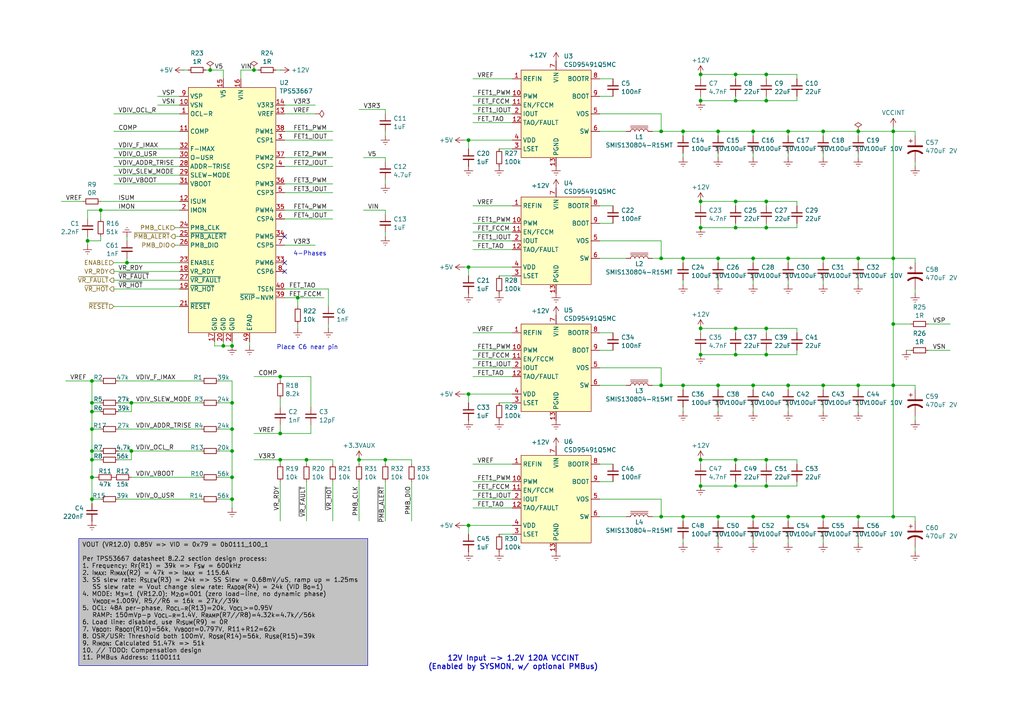
<source format=kicad_sch>
(kicad_sch (version 20231120) (generator "eeschema") (generator_version "8.0")
  (paper "A4")
  (title_block (title "Power VCCINT (1.2V 120A 4 Phases)") (comment 1 "Yichuan Gao") (comment 2 "Yichuan Gao"))
  (junction (at 228.6 111.76))
  (junction (at 238.76 111.76))
  (junction (at 213.36 133.35))
  (junction (at 26.67 116.84))
  (junction (at 213.36 21.59))
  (junction (at 248.92 38.1))
  (junction (at 222.25 21.59))
  (junction (at 218.44 74.93))
  (junction (at 67.31 138.43))
  (junction (at 208.28 38.1))
  (junction (at 203.2 133.35))
  (junction (at 26.67 130.81))
  (junction (at 228.6 74.93))
  (junction (at 259.08 38.1))
  (junction (at 198.12 111.76))
  (junction (at 203.2 102.87))
  (junction (at 26.67 124.46))
  (junction (at 26.67 133.35))
  (junction (at 248.92 149.86))
  (junction (at 248.92 111.76))
  (junction (at 248.92 74.93))
  (junction (at 104.14 133.35))
  (junction (at 213.36 95.25))
  (junction (at 86.36 86.36))
  (junction (at 135.89 152.4))
  (junction (at 203.2 21.59))
  (junction (at 213.36 102.87))
  (junction (at 67.31 130.81))
  (junction (at 222.25 29.21))
  (junction (at 191.77 38.1))
  (junction (at 26.67 144.78))
  (junction (at 218.44 111.76))
  (junction (at 67.31 100.33))
  (junction (at 222.25 95.25))
  (junction (at 191.77 111.76))
  (junction (at 26.67 110.49))
  (junction (at 88.9 133.35))
  (junction (at 26.67 138.43))
  (junction (at 60.96 20.32))
  (junction (at 198.12 149.86))
  (junction (at 111.76 133.35))
  (junction (at 218.44 38.1))
  (junction (at 36.83 76.2))
  (junction (at 238.76 149.86))
  (junction (at 135.89 114.3))
  (junction (at 67.31 144.78))
  (junction (at 203.2 66.04))
  (junction (at 67.31 124.46))
  (junction (at 222.25 133.35))
  (junction (at 238.76 74.93))
  (junction (at 81.28 133.35))
  (junction (at 67.31 116.84))
  (junction (at 38.1 130.81))
  (junction (at 25.4 69.85))
  (junction (at 191.77 149.86))
  (junction (at 81.28 109.22))
  (junction (at 203.2 140.97))
  (junction (at 238.76 38.1))
  (junction (at 218.44 149.86))
  (junction (at 259.08 149.86))
  (junction (at 259.08 93.98))
  (junction (at 191.77 74.93))
  (junction (at 198.12 38.1))
  (junction (at 81.28 125.73))
  (junction (at 73.66 20.32))
  (junction (at 29.21 60.96))
  (junction (at 208.28 74.93))
  (junction (at 213.36 58.42))
  (junction (at 213.36 66.04))
  (junction (at 213.36 29.21))
  (junction (at 213.36 140.97))
  (junction (at 38.1 116.84))
  (junction (at 208.28 111.76))
  (junction (at 222.25 102.87))
  (junction (at 228.6 38.1))
  (junction (at 198.12 74.93))
  (junction (at 222.25 58.42))
  (junction (at 259.08 111.76))
  (junction (at 222.25 140.97))
  (junction (at 135.89 77.47))
  (junction (at 222.25 66.04))
  (junction (at 259.08 74.93))
  (junction (at 203.2 29.21))
  (junction (at 135.89 40.64))
  (junction (at 228.6 149.86))
  (junction (at 208.28 149.86))
  (junction (at 64.77 100.33))
  (junction (at 203.2 58.42))
  (junction (at 26.67 119.38))
  (junction (at 203.2 95.25))
  (no_connect (at 82.55 76.2))
  (no_connect (at 82.55 78.74))
  (no_connect (at 82.55 68.58))
  (wire (pts (xy 63.5 124.46) (xy 67.31 124.46)))
  (wire (pts (xy 198.12 38.1) (xy 208.28 38.1)))
  (wire (pts (xy 73.66 125.73) (xy 81.28 125.73)))
  (wire (pts (xy 63.5 144.78) (xy 67.31 144.78)))
  (wire (pts (xy 96.52 133.35) (xy 96.52 134.62)))
  (wire (pts (xy 248.92 44.45) (xy 248.92 45.72)))
  (wire (pts (xy 173.99 69.85) (xy 191.77 69.85)))
  (wire (pts (xy 222.25 102.87) (xy 231.14 102.87)))
  (wire (pts (xy 265.43 113.03) (xy 265.43 111.76)))
  (wire (pts (xy 137.16 106.68) (xy 148.59 106.68)))
  (wire (pts (xy 81.28 123.19) (xy 81.28 125.73)))
  (wire (pts (xy 218.44 74.93) (xy 228.6 74.93)))
  (wire (pts (xy 222.25 101.6) (xy 222.25 102.87)))
  (wire (pts (xy 137.16 134.62) (xy 148.59 134.62)))
  (wire (pts (xy 231.14 64.77) (xy 231.14 66.04)))
  (wire (pts (xy 137.16 33.02) (xy 148.59 33.02)))
  (wire (pts (xy 228.6 118.11) (xy 228.6 119.38)))
  (wire (pts (xy 248.92 111.76) (xy 248.92 113.03)))
  (wire (pts (xy 248.92 74.93) (xy 259.08 74.93)))
  (wire (pts (xy 248.92 81.28) (xy 248.92 82.55)))
  (wire (pts (xy 82.55 71.12) (xy 91.44 71.12)))
  (wire (pts (xy 50.8 66.04) (xy 52.07 66.04)))
  (wire (pts (xy 73.66 133.35) (xy 81.28 133.35)))
  (wire (pts (xy 228.6 74.93) (xy 238.76 74.93)))
  (wire (pts (xy 144.78 116.84) (xy 148.59 116.84)))
  (wire (pts (xy 238.76 38.1) (xy 248.92 38.1)))
  (wire (pts (xy 63.5 138.43) (xy 67.31 138.43)))
  (wire (pts (xy 269.24 101.6) (xy 275.59 101.6)))
  (wire (pts (xy 248.92 151.13) (xy 248.92 149.86)))
  (wire (pts (xy 60.96 20.32) (xy 64.77 20.32)))
  (wire (pts (xy 231.14 101.6) (xy 231.14 102.87)))
  (wire (pts (xy 222.25 64.77) (xy 222.25 66.04)))
  (wire (pts (xy 228.6 38.1) (xy 238.76 38.1)))
  (wire (pts (xy 198.12 149.86) (xy 198.12 151.13)))
  (wire (pts (xy 198.12 81.28) (xy 198.12 82.55)))
  (wire (pts (xy 95.25 88.9) (xy 95.25 83.82)))
  (wire (pts (xy 259.08 38.1) (xy 259.08 74.93)))
  (wire (pts (xy 64.77 99.06) (xy 64.77 100.33)))
  (wire (pts (xy 25.4 68.58) (xy 25.4 69.85)))
  (wire (pts (xy 137.16 142.24) (xy 148.59 142.24)))
  (wire (pts (xy 203.2 27.94) (xy 203.2 29.21)))
  (wire (pts (xy 137.16 22.86) (xy 148.59 22.86)))
  (wire (pts (xy 137.16 147.32) (xy 148.59 147.32)))
  (wire (pts (xy 231.14 22.86) (xy 231.14 21.59)))
  (wire (pts (xy 36.83 76.2) (xy 52.07 76.2)))
  (wire (pts (xy 33.02 33.02) (xy 52.07 33.02)))
  (wire (pts (xy 191.77 149.86) (xy 198.12 149.86)))
  (wire (pts (xy 191.77 111.76) (xy 189.23 111.76)))
  (wire (pts (xy 222.25 95.25) (xy 222.25 96.52)))
  (wire (pts (xy 144.78 80.01) (xy 148.59 80.01)))
  (wire (pts (xy 26.67 144.78) (xy 29.21 144.78)))
  (wire (pts (xy 135.89 114.3) (xy 148.59 114.3)))
  (wire (pts (xy 222.25 21.59) (xy 231.14 21.59)))
  (wire (pts (xy 111.76 38.1) (xy 111.76 39.37)))
  (wire (pts (xy 238.76 39.37) (xy 238.76 38.1)))
  (wire (pts (xy 67.31 130.81) (xy 67.31 138.43)))
  (wire (pts (xy 198.12 38.1) (xy 198.12 39.37)))
  (wire (pts (xy 222.25 29.21) (xy 231.14 29.21)))
  (wire (pts (xy 63.5 110.49) (xy 67.31 110.49)))
  (wire (pts (xy 208.28 74.93) (xy 218.44 74.93)))
  (wire (pts (xy 33.02 38.1) (xy 52.07 38.1)))
  (wire (pts (xy 82.55 55.88) (xy 96.52 55.88)))
  (wire (pts (xy 34.29 133.35) (xy 38.1 133.35)))
  (wire (pts (xy 198.12 149.86) (xy 208.28 149.86)))
  (wire (pts (xy 173.99 33.02) (xy 191.77 33.02)))
  (wire (pts (xy 33.02 48.26) (xy 52.07 48.26)))
  (wire (pts (xy 213.36 58.42) (xy 222.25 58.42)))
  (wire (pts (xy 213.36 96.52) (xy 213.36 95.25)))
  (wire (pts (xy 63.5 130.81) (xy 67.31 130.81)))
  (wire (pts (xy 191.77 69.85) (xy 191.77 74.93)))
  (wire (pts (xy 208.28 156.21) (xy 208.28 157.48)))
  (wire (pts (xy 208.28 76.2) (xy 208.28 74.93)))
  (wire (pts (xy 53.34 20.32) (xy 54.61 20.32)))
  (wire (pts (xy 228.6 81.28) (xy 228.6 82.55)))
  (wire (pts (xy 213.36 102.87) (xy 203.2 102.87)))
  (wire (pts (xy 213.36 29.21) (xy 203.2 29.21)))
  (wire (pts (xy 25.4 69.85) (xy 25.4 71.12)))
  (wire (pts (xy 218.44 111.76) (xy 228.6 111.76)))
  (wire (pts (xy 25.4 63.5) (xy 25.4 60.96)))
  (wire (pts (xy 248.92 149.86) (xy 259.08 149.86)))
  (wire (pts (xy 213.36 21.59) (xy 203.2 21.59)))
  (wire (pts (xy 213.36 102.87) (xy 222.25 102.87)))
  (wire (pts (xy 137.16 64.77) (xy 148.59 64.77)))
  (wire (pts (xy 34.29 124.46) (xy 58.42 124.46)))
  (wire (pts (xy 104.14 133.35) (xy 111.76 133.35)))
  (wire (pts (xy 173.99 74.93) (xy 181.61 74.93)))
  (wire (pts (xy 86.36 93.98) (xy 86.36 95.25)))
  (wire (pts (xy 135.89 154.94) (xy 135.89 152.4)))
  (wire (pts (xy 218.44 113.03) (xy 218.44 111.76)))
  (wire (pts (xy 105.41 60.96) (xy 111.76 60.96)))
  (wire (pts (xy 33.02 45.72) (xy 52.07 45.72)))
  (wire (pts (xy 90.17 125.73) (xy 90.17 123.19)))
  (wire (pts (xy 111.76 31.75) (xy 111.76 33.02)))
  (wire (pts (xy 228.6 74.93) (xy 228.6 76.2)))
  (wire (pts (xy 144.78 154.94) (xy 148.59 154.94)))
  (wire (pts (xy 222.25 58.42) (xy 222.25 59.69)))
  (wire (pts (xy 238.76 74.93) (xy 248.92 74.93)))
  (wire (pts (xy 213.36 140.97) (xy 222.25 140.97)))
  (wire (pts (xy 208.28 111.76) (xy 218.44 111.76)))
  (wire (pts (xy 64.77 100.33) (xy 67.31 100.33)))
  (wire (pts (xy 222.25 21.59) (xy 222.25 22.86)))
  (wire (pts (xy 238.76 151.13) (xy 238.76 149.86)))
  (wire (pts (xy 38.1 119.38) (xy 38.1 116.84)))
  (wire (pts (xy 228.6 111.76) (xy 228.6 113.03)))
  (wire (pts (xy 191.77 74.93) (xy 198.12 74.93)))
  (wire (pts (xy 29.21 60.96) (xy 52.07 60.96)))
  (wire (pts (xy 198.12 118.11) (xy 198.12 119.38)))
  (wire (pts (xy 173.99 101.6) (xy 177.8 101.6)))
  (wire (pts (xy 137.16 67.31) (xy 148.59 67.31)))
  (wire (pts (xy 259.08 111.76) (xy 259.08 149.86)))
  (wire (pts (xy 191.77 33.02) (xy 191.77 38.1)))
  (wire (pts (xy 135.89 40.64) (xy 148.59 40.64)))
  (wire (pts (xy 265.43 74.93) (xy 259.08 74.93)))
  (wire (pts (xy 228.6 149.86) (xy 228.6 151.13)))
  (wire (pts (xy 222.25 133.35) (xy 231.14 133.35)))
  (wire (pts (xy 88.9 139.7) (xy 88.9 151.13)))
  (wire (pts (xy 137.16 35.56) (xy 148.59 35.56)))
  (wire (pts (xy 26.67 130.81) (xy 29.21 130.81)))
  (wire (pts (xy 228.6 44.45) (xy 228.6 45.72)))
  (wire (pts (xy 213.36 22.86) (xy 213.36 21.59)))
  (wire (pts (xy 73.66 109.22) (xy 81.28 109.22)))
  (wire (pts (xy 111.76 52.07) (xy 111.76 53.34)))
  (wire (pts (xy 173.99 59.69) (xy 177.8 59.69)))
  (wire (pts (xy 134.62 114.3) (xy 135.89 114.3)))
  (wire (pts (xy 33.02 83.82) (xy 52.07 83.82)))
  (wire (pts (xy 137.16 139.7) (xy 148.59 139.7)))
  (wire (pts (xy 111.76 139.7) (xy 111.76 151.13)))
  (wire (pts (xy 173.99 38.1) (xy 181.61 38.1)))
  (wire (pts (xy 248.92 118.11) (xy 248.92 119.38)))
  (wire (pts (xy 86.36 86.36) (xy 86.36 88.9)))
  (wire (pts (xy 265.43 46.99) (xy 265.43 48.26)))
  (wire (pts (xy 213.36 140.97) (xy 203.2 140.97)))
  (wire (pts (xy 26.67 130.81) (xy 26.67 133.35)))
  (wire (pts (xy 26.67 124.46) (xy 26.67 130.81)))
  (wire (pts (xy 173.99 144.78) (xy 191.77 144.78)))
  (wire (pts (xy 203.2 21.59) (xy 203.2 22.86)))
  (wire (pts (xy 203.2 133.35) (xy 203.2 134.62)))
  (wire (pts (xy 173.99 134.62) (xy 177.8 134.62)))
  (wire (pts (xy 135.89 80.01) (xy 135.89 77.47)))
  (wire (pts (xy 104.14 31.75) (xy 111.76 31.75)))
  (wire (pts (xy 38.1 138.43) (xy 58.42 138.43)))
  (wire (pts (xy 19.05 110.49) (xy 26.67 110.49)))
  (wire (pts (xy 29.21 68.58) (xy 29.21 69.85)))
  (wire (pts (xy 213.36 59.69) (xy 213.36 58.42)))
  (wire (pts (xy 38.1 130.81) (xy 58.42 130.81)))
  (wire (pts (xy 198.12 44.45) (xy 198.12 45.72)))
  (wire (pts (xy 265.43 158.75) (xy 265.43 160.02)))
  (wire (pts (xy 81.28 133.35) (xy 88.9 133.35)))
  (wire (pts (xy 265.43 76.2) (xy 265.43 74.93)))
  (wire (pts (xy 137.16 101.6) (xy 148.59 101.6)))
  (wire (pts (xy 134.62 77.47) (xy 135.89 77.47)))
  (wire (pts (xy 191.77 74.93) (xy 189.23 74.93)))
  (wire (pts (xy 222.25 58.42) (xy 231.14 58.42)))
  (wire (pts (xy 67.31 124.46) (xy 67.31 130.81)))
  (wire (pts (xy 173.99 22.86) (xy 177.8 22.86)))
  (wire (pts (xy 231.14 134.62) (xy 231.14 133.35)))
  (wire (pts (xy 265.43 149.86) (xy 259.08 149.86)))
  (wire (pts (xy 81.28 139.7) (xy 81.28 151.13)))
  (wire (pts (xy 173.99 64.77) (xy 177.8 64.77)))
  (wire (pts (xy 137.16 109.22) (xy 148.59 109.22)))
  (wire (pts (xy 259.08 93.98) (xy 264.16 93.98)))
  (wire (pts (xy 50.8 71.12) (xy 52.07 71.12)))
  (wire (pts (xy 213.36 29.21) (xy 222.25 29.21)))
  (wire (pts (xy 135.89 77.47) (xy 148.59 77.47)))
  (wire (pts (xy 248.92 111.76) (xy 259.08 111.76)))
  (wire (pts (xy 82.55 60.96) (xy 96.52 60.96)))
  (wire (pts (xy 203.2 95.25) (xy 203.2 96.52)))
  (wire (pts (xy 81.28 109.22) (xy 81.28 110.49)))
  (wire (pts (xy 82.55 63.5) (xy 96.52 63.5)))
  (wire (pts (xy 82.55 86.36) (xy 86.36 86.36)))
  (wire (pts (xy 26.67 119.38) (xy 26.67 124.46)))
  (wire (pts (xy 67.31 144.78) (xy 67.31 147.32)))
  (wire (pts (xy 265.43 39.37) (xy 265.43 38.1)))
  (wire (pts (xy 111.76 134.62) (xy 111.76 133.35)))
  (wire (pts (xy 82.55 53.34) (xy 96.52 53.34)))
  (wire (pts (xy 135.89 43.18) (xy 135.89 40.64)))
  (wire (pts (xy 135.89 116.84) (xy 135.89 114.3)))
  (wire (pts (xy 104.14 133.35) (xy 104.14 134.62)))
  (wire (pts (xy 111.76 60.96) (xy 111.76 62.23)))
  (wire (pts (xy 213.36 134.62) (xy 213.36 133.35)))
  (wire (pts (xy 81.28 115.57) (xy 81.28 118.11)))
  (wire (pts (xy 218.44 156.21) (xy 218.44 157.48)))
  (wire (pts (xy 218.44 44.45) (xy 218.44 45.72)))
  (wire (pts (xy 82.55 83.82) (xy 95.25 83.82)))
  (wire (pts (xy 67.31 99.06) (xy 67.31 100.33)))
  (wire (pts (xy 134.62 152.4) (xy 135.89 152.4)))
  (wire (pts (xy 259.08 74.93) (xy 259.08 93.98)))
  (wire (pts (xy 38.1 116.84) (xy 58.42 116.84)))
  (wire (pts (xy 62.23 100.33) (xy 64.77 100.33)))
  (wire (pts (xy 265.43 151.13) (xy 265.43 149.86)))
  (wire (pts (xy 213.36 27.94) (xy 213.36 29.21)))
  (wire (pts (xy 238.76 156.21) (xy 238.76 157.48)))
  (wire (pts (xy 34.29 130.81) (xy 38.1 130.81)))
  (wire (pts (xy 26.67 138.43) (xy 26.67 144.78)))
  (wire (pts (xy 248.92 156.21) (xy 248.92 157.48)))
  (wire (pts (xy 69.85 20.32) (xy 73.66 20.32)))
  (wire (pts (xy 208.28 118.11) (xy 208.28 119.38)))
  (wire (pts (xy 137.16 69.85) (xy 148.59 69.85)))
  (wire (pts (xy 67.31 110.49) (xy 67.31 116.84)))
  (wire (pts (xy 228.6 111.76) (xy 238.76 111.76)))
  (wire (pts (xy 238.76 44.45) (xy 238.76 45.72)))
  (wire (pts (xy 95.25 93.98) (xy 95.25 95.25)))
  (wire (pts (xy 29.21 60.96) (xy 29.21 63.5)))
  (wire (pts (xy 191.77 106.68) (xy 191.77 111.76)))
  (wire (pts (xy 82.55 40.64) (xy 96.52 40.64)))
  (wire (pts (xy 265.43 111.76) (xy 259.08 111.76)))
  (wire (pts (xy 173.99 139.7) (xy 177.8 139.7)))
  (wire (pts (xy 231.14 27.94) (xy 231.14 29.21)))
  (wire (pts (xy 248.92 39.37) (xy 248.92 38.1)))
  (wire (pts (xy 222.25 140.97) (xy 231.14 140.97)))
  (wire (pts (xy 238.76 76.2) (xy 238.76 74.93)))
  (wire (pts (xy 73.66 20.32) (xy 74.93 20.32)))
  (wire (pts (xy 50.8 68.58) (xy 52.07 68.58)))
  (wire (pts (xy 198.12 74.93) (xy 198.12 76.2)))
  (wire (pts (xy 265.43 83.82) (xy 265.43 85.09)))
  (wire (pts (xy 29.21 69.85) (xy 25.4 69.85)))
  (wire (pts (xy 213.36 133.35) (xy 222.25 133.35)))
  (wire (pts (xy 218.44 118.11) (xy 218.44 119.38)))
  (wire (pts (xy 104.14 139.7) (xy 104.14 151.13)))
  (wire (pts (xy 33.02 50.8) (xy 52.07 50.8)))
  (wire (pts (xy 218.44 149.86) (xy 228.6 149.86)))
  (wire (pts (xy 33.02 76.2) (xy 36.83 76.2)))
  (wire (pts (xy 213.36 139.7) (xy 213.36 140.97)))
  (wire (pts (xy 82.55 33.02) (xy 91.44 33.02)))
  (wire (pts (xy 238.76 118.11) (xy 238.76 119.38)))
  (wire (pts (xy 265.43 38.1) (xy 259.08 38.1)))
  (wire (pts (xy 72.39 99.06) (xy 72.39 100.33)))
  (wire (pts (xy 82.55 45.72) (xy 96.52 45.72)))
  (wire (pts (xy 67.31 116.84) (xy 67.31 124.46)))
  (wire (pts (xy 90.17 118.11) (xy 90.17 109.22)))
  (wire (pts (xy 88.9 133.35) (xy 96.52 133.35)))
  (wire (pts (xy 231.14 59.69) (xy 231.14 58.42)))
  (wire (pts (xy 173.99 27.94) (xy 177.8 27.94)))
  (wire (pts (xy 137.16 30.48) (xy 148.59 30.48)))
  (wire (pts (xy 208.28 113.03) (xy 208.28 111.76)))
  (wire (pts (xy 173.99 111.76) (xy 181.61 111.76)))
  (wire (pts (xy 26.67 116.84) (xy 26.67 110.49)))
  (wire (pts (xy 191.77 38.1) (xy 189.23 38.1)))
  (wire (pts (xy 45.72 27.94) (xy 52.07 27.94)))
  (wire (pts (xy 119.38 133.35) (xy 111.76 133.35)))
  (wire (pts (xy 198.12 111.76) (xy 208.28 111.76)))
  (wire (pts (xy 173.99 106.68) (xy 191.77 106.68)))
  (wire (pts (xy 198.12 74.93) (xy 208.28 74.93)))
  (wire (pts (xy 222.25 133.35) (xy 222.25 134.62)))
  (wire (pts (xy 26.67 133.35) (xy 26.67 138.43)))
  (wire (pts (xy 203.2 64.77) (xy 203.2 66.04)))
  (wire (pts (xy 191.77 38.1) (xy 198.12 38.1)))
  (wire (pts (xy 218.44 38.1) (xy 228.6 38.1)))
  (wire (pts (xy 231.14 96.52) (xy 231.14 95.25)))
  (wire (pts (xy 228.6 149.86) (xy 238.76 149.86)))
  (wire (pts (xy 203.2 101.6) (xy 203.2 102.87)))
  (wire (pts (xy 173.99 149.86) (xy 181.61 149.86)))
  (wire (pts (xy 231.14 139.7) (xy 231.14 140.97)))
  (wire (pts (xy 80.01 20.32) (xy 81.28 20.32)))
  (wire (pts (xy 82.55 30.48) (xy 91.44 30.48)))
  (wire (pts (xy 36.83 68.58) (xy 36.83 69.85)))
  (wire (pts (xy 137.16 27.94) (xy 148.59 27.94)))
  (wire (pts (xy 238.76 149.86) (xy 248.92 149.86)))
  (wire (pts (xy 203.2 139.7) (xy 203.2 140.97)))
  (wire (pts (xy 208.28 149.86) (xy 218.44 149.86)))
  (wire (pts (xy 137.16 104.14) (xy 148.59 104.14)))
  (wire (pts (xy 64.77 20.32) (xy 64.77 22.86)))
  (wire (pts (xy 218.44 151.13) (xy 218.44 149.86)))
  (wire (pts (xy 213.36 21.59) (xy 222.25 21.59)))
  (wire (pts (xy 198.12 156.21) (xy 198.12 157.48)))
  (wire (pts (xy 259.08 93.98) (xy 259.08 111.76)))
  (wire (pts (xy 144.78 43.18) (xy 148.59 43.18)))
  (wire (pts (xy 222.25 95.25) (xy 231.14 95.25)))
  (wire (pts (xy 137.16 59.69) (xy 148.59 59.69)))
  (wire (pts (xy 88.9 133.35) (xy 88.9 134.62)))
  (wire (pts (xy 213.36 66.04) (xy 203.2 66.04)))
  (wire (pts (xy 34.29 110.49) (xy 58.42 110.49)))
  (wire (pts (xy 222.25 27.94) (xy 222.25 29.21)))
  (wire (pts (xy 137.16 72.39) (xy 148.59 72.39)))
  (wire (pts (xy 222.25 139.7) (xy 222.25 140.97)))
  (wire (pts (xy 38.1 133.35) (xy 38.1 130.81)))
  (wire (pts (xy 119.38 134.62) (xy 119.38 133.35)))
  (wire (pts (xy 86.36 86.36) (xy 93.98 86.36)))
  (wire (pts (xy 213.36 101.6) (xy 213.36 102.87)))
  (wire (pts (xy 213.36 58.42) (xy 203.2 58.42)))
  (wire (pts (xy 248.92 76.2) (xy 248.92 74.93)))
  (wire (pts (xy 213.36 95.25) (xy 203.2 95.25)))
  (wire (pts (xy 262.89 101.6) (xy 264.16 101.6)))
  (wire (pts (xy 208.28 44.45) (xy 208.28 45.72)))
  (wire (pts (xy 34.29 119.38) (xy 38.1 119.38)))
  (wire (pts (xy 238.76 81.28) (xy 238.76 82.55)))
  (wire (pts (xy 69.85 20.32) (xy 69.85 22.86)))
  (wire (pts (xy 208.28 39.37) (xy 208.28 38.1)))
  (wire (pts (xy 26.67 133.35) (xy 29.21 133.35)))
  (wire (pts (xy 135.89 152.4) (xy 148.59 152.4)))
  (wire (pts (xy 208.28 151.13) (xy 208.28 149.86)))
  (wire (pts (xy 33.02 81.28) (xy 52.07 81.28)))
  (wire (pts (xy 29.21 116.84) (xy 26.67 116.84)))
  (wire (pts (xy 134.62 40.64) (xy 135.89 40.64)))
  (wire (pts (xy 203.2 58.42) (xy 203.2 59.69)))
  (wire (pts (xy 137.16 144.78) (xy 148.59 144.78)))
  (wire (pts (xy 137.16 96.52) (xy 148.59 96.52)))
  (wire (pts (xy 26.67 110.49) (xy 29.21 110.49)))
  (wire (pts (xy 29.21 58.42) (xy 52.07 58.42)))
  (wire (pts (xy 82.55 38.1) (xy 96.52 38.1)))
  (wire (pts (xy 62.23 99.06) (xy 62.23 100.33)))
  (wire (pts (xy 248.92 38.1) (xy 259.08 38.1)))
  (wire (pts (xy 81.28 125.73) (xy 90.17 125.73)))
  (wire (pts (xy 17.78 58.42) (xy 24.13 58.42)))
  (wire (pts (xy 208.28 38.1) (xy 218.44 38.1)))
  (wire (pts (xy 105.41 45.72) (xy 111.76 45.72)))
  (wire (pts (xy 191.77 149.86) (xy 189.23 149.86)))
  (wire (pts (xy 228.6 38.1) (xy 228.6 39.37)))
  (wire (pts (xy 228.6 156.21) (xy 228.6 157.48)))
  (wire (pts (xy 36.83 74.93) (xy 36.83 76.2)))
  (wire (pts (xy 33.02 78.74) (xy 52.07 78.74)))
  (wire (pts (xy 34.29 116.84) (xy 38.1 116.84)))
  (wire (pts (xy 191.77 111.76) (xy 198.12 111.76)))
  (wire (pts (xy 191.77 144.78) (xy 191.77 149.86)))
  (wire (pts (xy 218.44 81.28) (xy 218.44 82.55)))
  (wire (pts (xy 25.4 60.96) (xy 29.21 60.96)))
  (wire (pts (xy 213.36 95.25) (xy 222.25 95.25)))
  (wire (pts (xy 111.76 67.31) (xy 111.76 68.58)))
  (wire (pts (xy 173.99 96.52) (xy 177.8 96.52)))
  (wire (pts (xy 213.36 133.35) (xy 203.2 133.35)))
  (wire (pts (xy 111.76 45.72) (xy 111.76 46.99)))
  (wire (pts (xy 81.28 133.35) (xy 81.28 134.62)))
  (wire (pts (xy 96.52 139.7) (xy 96.52 151.13)))
  (wire (pts (xy 59.69 20.32) (xy 60.96 20.32)))
  (wire (pts (xy 82.55 48.26) (xy 96.52 48.26)))
  (wire (pts (xy 33.02 88.9) (xy 52.07 88.9)))
  (wire (pts (xy 26.67 124.46) (xy 29.21 124.46)))
  (wire (pts (xy 33.02 53.34) (xy 52.07 53.34)))
  (wire (pts (xy 198.12 111.76) (xy 198.12 113.03)))
  (wire (pts (xy 208.28 81.28) (xy 208.28 82.55)))
  (wire (pts (xy 218.44 39.37) (xy 218.44 38.1)))
  (wire (pts (xy 238.76 111.76) (xy 248.92 111.76)))
  (wire (pts (xy 29.21 119.38) (xy 26.67 119.38)))
  (wire (pts (xy 238.76 113.03) (xy 238.76 111.76)))
  (wire (pts (xy 26.67 138.43) (xy 27.94 138.43)))
  (wire (pts (xy 34.29 144.78) (xy 58.42 144.78)))
  (wire (pts (xy 81.28 109.22) (xy 90.17 109.22)))
  (wire (pts (xy 213.36 64.77) (xy 213.36 66.04)))
  (wire (pts (xy 67.31 138.43) (xy 67.31 144.78)))
  (wire (pts (xy 218.44 76.2) (xy 218.44 74.93)))
  (wire (pts (xy 45.72 30.48) (xy 52.07 30.48)))
  (wire (pts (xy 222.25 66.04) (xy 231.14 66.04)))
  (wire (pts (xy 213.36 66.04) (xy 222.25 66.04)))
  (wire (pts (xy 26.67 144.78) (xy 26.67 146.05)))
  (wire (pts (xy 26.67 116.84) (xy 26.67 119.38)))
  (wire (pts (xy 63.5 116.84) (xy 67.31 116.84)))
  (wire (pts (xy 265.43 120.65) (xy 265.43 121.92)))
  (wire (pts (xy 119.38 139.7) (xy 119.38 151.13)))
  (wire (pts (xy 269.24 93.98) (xy 275.59 93.98)))
  (wire (pts (xy 33.02 43.18) (xy 52.07 43.18)))
  (wire (pts (xy 259.08 36.83) (xy 259.08 38.1)))
  (text_box "VOUT (VR12.0) 0.85V => VID = 0x79 = 0b0111_100_1\n\nPer TPS53667 datasheet 8.2.2 section design process:\n1. Frequency: R_{F}(R1) = 39k => F_{SW} = 600kHz\n2. I_{MAX}: R_{IMAX}(R2) = 47k => I_{MAX} = 115.6A\n3. SS slew rate: R_{SLEW}(R3) = 24k => SS Slew = 0.68mV/uS, ramp up = 1.25ms\n   SS slew rate = Vout change slew rate: R_{ADDR}(R4) = 24k (VID B_{0}=1)\n4. MODE: M_{3}=1 (VR12.0); M_{2:0}=001 (zero load-line, no dynamic phase)\n   V_{MODE}=1.009V, R5//R6 = 16k = 27k//39k\n5. OCL: 48A per-phase, R_{OCL-R}(R13)=20k, V_{OCL}>=0.95V\n   RAMP: 150mVp-p V_{OCL-R}=1.4V, R_{RAMP}(R7//R8)=4.32k=4.7k//56k\n6. Load line: disabled, use R_{ISUM}(R9) = 0R\n7. V_{BOOT}: R_{BOOT}(R10)=56k, V_{VBOOT}=0.797V, R11+R12=62k\n8. OSR/USR: Threshold both 100mV, R_{OSR}(R14)=56k, R_{USR}(R15)=39k\n9. R_{IMON}: Calculated 51.47k => 51k\n10. // TODO: Compensation design\n11. PMBus Address: 1100111" (at 22.86 156.21 0) (size 83.82 36.83) (fill (type color) (color 194 194 194 1)) (effects (font (size 1.27 1.27)) (justify left top)))
  (text "Place C6 near pin" (at 89.154 100.838 0) (effects (font (size 1.27 1.27))))
  (text "4-Phases" (at 89.916 73.66 0) (effects (font (size 1.27 1.27))))
  (text "12V Input -> 1.2V 120A VCCINT\n(Enabled by SYSMON, w/ optional PMBus)" (at 148.844 192.278 0) (effects (font (size 1.524 1.524) (thickness 0.254) (bold yes))))
  (label "VSP" (at 270.51 93.98 0))
  (label "VDIV_ADDR_TRISE" (at 39.37 124.46 0))
  (label "~{VR_FAULT}" (at 34.29 81.28 0))
  (label "FET1_PWM" (at 138.43 27.94 0))
  (label "~{PMB_ALERT}" (at 111.76 140.97 270))
  (label "FET_FCCM" (at 138.43 142.24 0))
  (label "VDIV_OCL_R" (at 39.37 130.81 0))
  (label "VREF" (at 20.32 110.49 0))
  (label "PMB_DIO" (at 119.38 140.97 270))
  (label "FET_TAO" (at 83.82 83.82 0))
  (label "VREF" (at 138.43 59.69 0))
  (label "FET_FCCM" (at 83.82 86.36 0))
  (label "FET1_IOUT" (at 138.43 144.78 0))
  (label "COMP" (at 34.29 38.1 0))
  (label "VDIV_SLEW_MODE" (at 34.29 50.8 0))
  (label "FET1_IOUT" (at 138.43 106.68 0))
  (label "~{VR_HOT}" (at 34.29 83.82 0))
  (label "FET_FCCM" (at 138.43 67.31 0))
  (label "FET4_IOUT" (at 85.09 63.5 0))
  (label "FET1_PWM" (at 85.09 38.1 0))
  (label "V3R3" (at 105.41 31.75 0))
  (label "V3R3" (at 85.09 71.12 0))
  (label "COMP" (at 74.93 109.22 0))
  (label "~{VR_FAULT}" (at 88.9 140.97 270))
  (label "FET3_IOUT" (at 85.09 55.88 0))
  (label "ISUM" (at 34.29 58.42 0))
  (label "VREF" (at 19.05 58.42 0))
  (label "FET3_PWM" (at 85.09 53.34 0))
  (label "VSN" (at 46.99 30.48 0))
  (label "VDIV_VBOOT" (at 34.29 53.34 0))
  (label "~{VR_HOT}" (at 96.52 140.97 270))
  (label "VR_RDY" (at 34.29 78.74 0))
  (label "VDIV_F_IMAX" (at 39.37 110.49 0))
  (label "VDIV_VBOOT" (at 39.37 138.43 0))
  (label "FET_TAO" (at 138.43 147.32 0))
  (label "V3R3" (at 74.93 133.35 0))
  (label "VREF" (at 138.43 134.62 0))
  (label "VDIV_O_USR" (at 34.29 45.72 0))
  (label "VREF" (at 74.93 125.73 0))
  (label "FET_TAO" (at 138.43 72.39 0))
  (label "FET1_PWM" (at 138.43 101.6 0))
  (label "VDIV_O_USR" (at 39.37 144.78 0))
  (label "VSN" (at 270.51 101.6 0))
  (label "V3R3" (at 85.09 30.48 0))
  (label "VDIV_OCL_R" (at 34.29 33.02 0))
  (label "VSP" (at 46.99 27.94 0))
  (label "FET2_PWM" (at 85.09 45.72 0))
  (label "FET_FCCM" (at 138.43 30.48 0))
  (label "IMON" (at 34.29 60.96 0))
  (label "FET_TAO" (at 138.43 35.56 0))
  (label "VDIV_F_IMAX" (at 34.29 43.18 0))
  (label "FET2_IOUT" (at 85.09 48.26 0))
  (label "FET1_PWM" (at 138.43 64.77 0))
  (label "VREF" (at 138.43 96.52 0))
  (label "VDIV_SLEW_MODE" (at 39.37 116.84 0))
  (label "VIN" (at 106.68 60.96 0))
  (label "PMB_CLK" (at 104.14 140.97 270))
  (label "FET1_IOUT" (at 138.43 33.02 0))
  (label "VREF" (at 138.43 22.86 0))
  (label "FET1_IOUT" (at 85.09 40.64 0))
  (label "FET1_IOUT" (at 138.43 69.85 0))
  (label "V5" (at 106.68 45.72 0))
  (label "FET_TAO" (at 138.43 109.22 0))
  (label "FET_FCCM" (at 138.43 104.14 0))
  (label "VDIV_ADDR_TRISE" (at 34.29 48.26 0))
  (label "V5" (at 62.23 20.32 0))
  (label "FET4_PWM" (at 85.09 60.96 0))
  (label "VIN" (at 69.85 20.32 0))
  (label "FET1_PWM" (at 138.43 139.7 0))
  (label "VREF" (at 85.09 33.02 0))
  (label "VR_RDY" (at 81.28 140.97 270))
  (hierarchical_label "~{PMB_ALERT}" (shape output) (at 50.8 68.58 180))
  (hierarchical_label "~{VR_HOT}" (shape output) (at 33.02 83.82 180))
  (hierarchical_label "PMB_CLK" (shape input) (at 50.8 66.04 180))
  (hierarchical_label "VR_RDY" (shape output) (at 33.02 78.74 180))
  (hierarchical_label "~{VR_FAULT}" (shape output) (at 33.02 81.28 180))
  (hierarchical_label "PMB_DIO" (shape bidirectional) (at 50.8 71.12 180))
  (hierarchical_label "ENABLE" (shape input) (at 33.02 76.2 180))
  (hierarchical_label "~{RESET}" (shape input) (at 33.02 88.9 180))
  (symbol (lib_id "power:Earth") (at 111.76 39.37 0) (unit 1)
    (property "Reference" "#PWR014" (effects (hide yes)))
    (property "Value" "Earth" (effects (hide yes)))
    (property "Description" "Power symbol creates a global label with name \"Earth\"" (effects (hide yes)))
  )
  (symbol (lib_id "Device:C_Polarized_US") (at 265.43 116.84 0) (unit 1)
    (property "Reference" "C59" (at 268.351 114.9928 0) (effects (justify left)))
    (property "Value" "470uF 2V" (at 268.351 117.4171 0) (effects (justify left)))
    (property "Footprint" "Capacitor_Tantalum_SMD:CP_EIA-7343-20_Kemet-V" (effects (hide yes)))
    (property "Description" "Polarized capacitor, US symbol" (effects (hide yes)))
  )
  (symbol (lib_id "power:Earth") (at 26.67 151.13 0) (unit 1)
    (property "Reference" "#PWR06" (effects (hide yes)))
    (property "Value" "Earth" (effects (hide yes)))
    (property "Description" "Power symbol creates a global label with name \"Earth\"" (effects (hide yes)))
  )
  (symbol (lib_id "Device:R_Small") (at 31.75 144.78 90) (unit 1)
    (property "Reference" "R15" (at 28.702 143.764 90))
    (property "Value" "39k" (at 35.56 143.764 90))
    (property "Footprint" "Resistor_SMD:R_0402_1005Metric" (effects (hide yes)))
    (property "Description" "Resistor, small symbol" (effects (hide yes)))
  )
  (symbol (lib_id "Device:R_Small") (at 60.96 144.78 90) (unit 1)
    (property "Reference" "R14" (at 56.896 143.764 90))
    (property "Value" "56k" (at 64.77 143.764 90))
    (property "Footprint" "Resistor_SMD:R_0402_1005Metric" (effects (hide yes)))
    (property "Description" "Resistor, small symbol" (effects (hide yes)))
  )
  (symbol (lib_id "Device:C_Small") (at 228.6 78.74 0) (unit 1)
    (property "Reference" "C30" (at 230.9241 77.5341 0) (effects (justify left)))
    (property "Value" "100uF 10V" (at 230.9241 79.9584 0) (effects (justify left)))
    (property "Footprint" "Capacitor_SMD:C_1206_3216Metric" (effects (hide yes)))
    (property "Description" "Unpolarized capacitor, small symbol" (effects (hide yes)))
  )
  (symbol (lib_id "power:Earth") (at 144.78 160.02 0) (unit 1)
    (property "Reference" "#PWR058" (effects (hide yes)))
    (property "Value" "Earth" (effects (hide yes)))
    (property "Description" "Power symbol creates a global label with name \"Earth\"" (effects (hide yes)))
  )
  (symbol (lib_id "power:Earth") (at 262.89 101.6 0) (unit 1)
    (property "Reference" "#PWR024" (effects (hide yes)))
    (property "Value" "Earth" (effects (hide yes)))
    (property "Description" "Power symbol creates a global label with name \"Earth\"" (effects (hide yes)))
  )
  (symbol (lib_id "power:Earth") (at 208.28 157.48 0) (unit 1)
    (property "Reference" "#PWR064" (effects (hide yes)))
    (property "Value" "Earth" (effects (hide yes)))
    (property "Description" "Power symbol creates a global label with name \"Earth\"" (effects (hide yes)))
  )
  (symbol (lib_id "power:Earth") (at 86.36 95.25 0) (unit 1)
    (property "Reference" "#PWR07" (effects (hide yes)))
    (property "Value" "Earth" (effects (hide yes)))
    (property "Description" "Power symbol creates a global label with name \"Earth\"" (effects (hide yes)))
  )
  (symbol (lib_id "power:Earth") (at 161.29 160.02 0) (unit 1)
    (property "Reference" "#PWR060" (effects (hide yes)))
    (property "Value" "Earth" (effects (hide yes)))
    (property "Description" "Power symbol creates a global label with name \"Earth\"" (effects (hide yes)))
  )
  (symbol (lib_id "power:Earth") (at 198.12 45.72 0) (unit 1)
    (property "Reference" "#PWR017" (effects (hide yes)))
    (property "Value" "Earth" (effects (hide yes)))
    (property "Description" "Power symbol creates a global label with name \"Earth\"" (effects (hide yes)))
  )
  (symbol (lib_id "Device:R_Small") (at 104.14 137.16 180) (unit 1)
    (property "Reference" "R31" (at 105.6386 135.9478 0) (effects (justify right)))
    (property "Value" "10k" (at 105.6386 138.3721 0) (effects (justify right)))
    (property "Footprint" "Resistor_SMD:R_0402_1005Metric" (effects (hide yes)))
    (property "Description" "Resistor, small symbol" (effects (hide yes)))
  )
  (symbol (lib_id "Device:R_Small") (at 31.75 116.84 90) (unit 1)
    (property "Reference" "R5" (at 28.448 115.824 90))
    (property "Value" "27k" (at 35.814 115.824 90))
    (property "Footprint" "Resistor_SMD:R_0402_1005Metric" (effects (hide yes)))
    (property "Description" "Resistor, small symbol" (effects (hide yes)))
  )
  (symbol (lib_id "Device:C_Polarized_US") (at 265.43 154.94 0) (unit 1)
    (property "Reference" "C60" (at 268.351 153.0928 0) (effects (justify left)))
    (property "Value" "470uF 2V" (at 268.351 155.5171 0) (effects (justify left)))
    (property "Footprint" "Capacitor_Tantalum_SMD:CP_EIA-7343-20_Kemet-V" (effects (hide yes)))
    (property "Description" "Polarized capacitor, US symbol" (effects (hide yes)))
  )
  (symbol (lib_id "Device:C_Small") (at 135.89 45.72 0) (unit 1)
    (property "Reference" "C20" (at 138.2141 44.5141 0) (effects (justify left)))
    (property "Value" "1uF" (at 138.2141 46.9384 0) (effects (justify left)))
    (property "Footprint" "Capacitor_SMD:C_0402_1005Metric" (effects (hide yes)))
    (property "Description" "Unpolarized capacitor, small symbol" (effects (hide yes)))
  )
  (symbol (lib_id "Device:C_Small") (at 248.92 153.67 0) (unit 1)
    (property "Reference" "C56" (at 251.2441 152.4641 0) (effects (justify left)))
    (property "Value" "100uF 10V" (at 251.2441 154.8884 0) (effects (justify left)))
    (property "Footprint" "Capacitor_SMD:C_1206_3216Metric" (effects (hide yes)))
    (property "Description" "Unpolarized capacitor, small symbol" (effects (hide yes)))
  )
  (symbol (lib_id "power:Earth") (at 248.92 82.55 0) (unit 1)
    (property "Reference" "#PWR041" (effects (hide yes)))
    (property "Value" "Earth" (effects (hide yes)))
    (property "Description" "Power symbol creates a global label with name \"Earth\"" (effects (hide yes)))
  )
  (symbol (lib_id "Device:C_Small") (at 26.67 148.59 0) (unit 1)
    (property "Reference" "C4" (at 24.3459 147.3841 0) (effects (justify right)))
    (property "Value" "220nF" (at 24.3459 149.8084 0) (effects (justify right)))
    (property "Footprint" "Capacitor_SMD:C_0402_1005Metric" (effects (hide yes)))
    (property "Description" "Unpolarized capacitor, small symbol" (effects (hide yes)))
  )
  (symbol (lib_id "power:Earth") (at 198.12 82.55 0) (unit 1)
    (property "Reference" "#PWR035" (effects (hide yes)))
    (property "Value" "Earth" (effects (hide yes)))
    (property "Description" "Power symbol creates a global label with name \"Earth\"" (effects (hide yes)))
  )
  (symbol (lib_id "power:Earth") (at 228.6 157.48 0) (unit 1)
    (property "Reference" "#PWR066" (effects (hide yes)))
    (property "Value" "Earth" (effects (hide yes)))
    (property "Description" "Power symbol creates a global label with name \"Earth\"" (effects (hide yes)))
  )
  (symbol (lib_id "Device:C_Small") (at 177.8 62.23 0) (unit 1)
    (property "Reference" "C22" (at 180.1241 61.0241 0) (effects (justify left)))
    (property "Value" "100nF" (at 180.1241 63.4484 0) (effects (justify left)))
    (property "Footprint" "Capacitor_SMD:C_0402_1005Metric" (effects (hide yes)))
    (property "Description" "Unpolarized capacitor, small symbol" (effects (hide yes)))
  )
  (symbol (lib_id "power:Earth") (at 203.2 102.87 0) (unit 1)
    (property "Reference" "#PWR048" (effects (hide yes)))
    (property "Value" "Earth" (effects (hide yes)))
    (property "Description" "Power symbol creates a global label with name \"Earth\"" (effects (hide yes)))
  )
  (symbol (lib_id "CHIPSAlliance_Power:PWR_FLAG") (at 73.66 20.32 0) (unit 1)
    (property "Reference" "#FLG05" (effects (hide yes)))
    (property "Value" "PWR_FLAG" (effects (hide yes)))
    (property "Description" "Special symbol for telling ERC where power comes from" (effects (hide yes)))
  )
  (symbol (lib_id "Device:C_Small") (at 203.2 62.23 0) (unit 1)
    (property "Reference" "C23" (at 205.5241 61.0241 0) (effects (justify left)))
    (property "Value" "4.7nF" (at 205.5241 63.4484 0) (effects (justify left)))
    (property "Footprint" "Capacitor_SMD:C_0402_1005Metric" (effects (hide yes)))
    (property "Description" "Unpolarized capacitor, small symbol" (effects (hide yes)))
  )
  (symbol (lib_id "power:+12V") (at 81.28 20.32 270) (unit 1)
    (property "Reference" "#PWR01" (effects (hide yes)))
    (property "Value" "+12V" (at 84.455 20.32 90) (effects (justify left)))
    (property "Description" "Power symbol creates a global label with name \"+12V\"" (effects (hide yes)))
  )
  (symbol (lib_id "Device:C_Small") (at 238.76 115.57 0) (unit 1)
    (property "Reference" "C43" (at 241.0841 114.3641 0) (effects (justify left)))
    (property "Value" "100uF 10V" (at 241.0841 116.7884 0) (effects (justify left)))
    (property "Footprint" "Capacitor_SMD:C_1206_3216Metric" (effects (hide yes)))
    (property "Description" "Unpolarized capacitor, small symbol" (effects (hide yes)))
  )
  (symbol (lib_id "Device:C_Small") (at 213.36 99.06 0) (unit 1)
    (property "Reference" "C37" (at 215.6841 97.8541 0) (effects (justify left)))
    (property "Value" "22uF" (at 215.6841 100.2784 0) (effects (justify left)))
    (property "Footprint" "Capacitor_SMD:C_1206_3216Metric" (effects (hide yes)))
    (property "Description" "Unpolarized capacitor, small symbol" (effects (hide yes)))
  )
  (symbol (lib_id "Device:C_Small") (at 248.92 41.91 0) (unit 1)
    (property "Reference" "C19" (at 251.2441 40.7041 0) (effects (justify left)))
    (property "Value" "100uF 10V" (at 251.2441 43.1284 0) (effects (justify left)))
    (property "Footprint" "Capacitor_SMD:C_1206_3216Metric" (effects (hide yes)))
    (property "Description" "Unpolarized capacitor, small symbol" (effects (hide yes)))
  )
  (symbol (lib_id "Device:R_Small") (at 31.75 130.81 90) (unit 1)
    (property "Reference" "R7" (at 28.448 129.794 90))
    (property "Value" "4.7k" (at 35.814 129.794 90))
    (property "Footprint" "Resistor_SMD:R_0402_1005Metric" (effects (hide yes)))
    (property "Description" "Resistor, small symbol" (effects (hide yes)))
  )
  (symbol (lib_id "Device:R_Small") (at 60.96 116.84 90) (unit 1)
    (property "Reference" "R3" (at 57.658 115.824 90))
    (property "Value" "24k" (at 64.77 115.824 90))
    (property "Footprint" "Resistor_SMD:R_0402_1005Metric" (effects (hide yes)))
    (property "Description" "Resistor, small symbol" (effects (hide yes)))
  )
  (symbol (lib_id "Device:C_Small") (at 203.2 25.4 0) (unit 1)
    (property "Reference" "C7" (at 205.5241 24.1941 0) (effects (justify left)))
    (property "Value" "4.7nF" (at 205.5241 26.6184 0) (effects (justify left)))
    (property "Footprint" "Capacitor_SMD:C_0402_1005Metric" (effects (hide yes)))
    (property "Description" "Unpolarized capacitor, small symbol" (effects (hide yes)))
  )
  (symbol (lib_id "Device:R_Small") (at 60.96 130.81 90) (unit 1)
    (property "Reference" "R13" (at 57.15 129.794 90))
    (property "Value" "20k" (at 64.77 129.794 90))
    (property "Footprint" "Resistor_SMD:R_0402_1005Metric" (effects (hide yes)))
    (property "Description" "Resistor, small symbol" (effects (hide yes)))
  )
  (symbol (lib_id "Device:C_Small") (at 111.76 35.56 0) (unit 1)
    (property "Reference" "C11" (at 114.0841 34.3541 0) (effects (justify left)))
    (property "Value" "1uF" (at 114.0841 36.7784 0) (effects (justify left)))
    (property "Footprint" "Capacitor_SMD:C_0402_1005Metric" (effects (hide yes)))
    (property "Description" "Unpolarized capacitor, small symbol" (effects (hide yes)))
  )
  (symbol (lib_id "power:Earth") (at 25.4 71.12 0) (unit 1)
    (property "Reference" "#PWR03" (effects (hide yes)))
    (property "Value" "Earth" (effects (hide yes)))
    (property "Description" "Power symbol creates a global label with name \"Earth\"" (effects (hide yes)))
  )
  (symbol (lib_id "Device:C_Small") (at 248.92 115.57 0) (unit 1)
    (property "Reference" "C44" (at 251.2441 114.3641 0) (effects (justify left)))
    (property "Value" "100uF 10V" (at 251.2441 116.7884 0) (effects (justify left)))
    (property "Footprint" "Capacitor_SMD:C_1206_3216Metric" (effects (hide yes)))
    (property "Description" "Unpolarized capacitor, small symbol" (effects (hide yes)))
  )
  (symbol (lib_id "Device:R_Small") (at 31.75 110.49 90) (unit 1)
    (property "Reference" "R2" (at 28.448 109.474 90))
    (property "Value" "47k" (at 35.56 109.474 90))
    (property "Footprint" "Resistor_SMD:R_0402_1005Metric" (effects (hide yes)))
    (property "Description" "Resistor, small symbol" (effects (hide yes)))
  )
  (symbol (lib_id "power:Earth") (at 95.25 95.25 0) (unit 1)
    (property "Reference" "#PWR09" (effects (hide yes)))
    (property "Value" "Earth" (effects (hide yes)))
    (property "Description" "Power symbol creates a global label with name \"Earth\"" (effects (hide yes)))
  )
  (symbol (lib_id "Device:C_Small") (at 222.25 137.16 0) (unit 1)
    (property "Reference" "C51" (at 224.5741 135.9541 0) (effects (justify left)))
    (property "Value" "22uF" (at 224.5741 138.3784 0) (effects (justify left)))
    (property "Footprint" "Capacitor_SMD:C_1206_3216Metric" (effects (hide yes)))
    (property "Description" "Unpolarized capacitor, small symbol" (effects (hide yes)))
  )
  (symbol (lib_id "power:Earth") (at 111.76 68.58 0) (unit 1)
    (property "Reference" "#PWR016" (effects (hide yes)))
    (property "Value" "Earth" (effects (hide yes)))
    (property "Description" "Power symbol creates a global label with name \"Earth\"" (effects (hide yes)))
  )
  (symbol (lib_id "Device:R_Small") (at 88.9 137.16 180) (unit 1)
    (property "Reference" "R20" (at 90.3986 135.9478 0) (effects (justify right)))
    (property "Value" "10k" (at 90.3986 138.3721 0) (effects (justify right)))
    (property "Footprint" "Resistor_SMD:R_0402_1005Metric" (effects (hide yes)))
    (property "Description" "Resistor, small symbol" (effects (hide yes)))
  )
  (symbol (lib_id "Device:R_Small") (at 30.48 138.43 90) (unit 1)
    (property "Reference" "R11" (at 30.48 136.652 90))
    (property "Value" "47k" (at 30.48 140.462 90))
    (property "Footprint" "Resistor_SMD:R_0402_1005Metric" (effects (hide yes)))
    (property "Description" "Resistor, small symbol" (effects (hide yes)))
  )
  (symbol (lib_id "power:+12V") (at 104.14 133.35 0) (unit 1)
    (property "Reference" "#PWR072" (effects (hide yes)))
    (property "Value" "+3.3VAUX" (at 104.14 129.2169 0))
    (property "Description" "Power symbol creates a global label with name \"+3.3VAUX\"" (effects (hide yes)))
  )
  (symbol (lib_id "Device:L_Iron") (at 185.42 74.93 90) (unit 1)
    (property "Reference" "L2" (at 185.42 76.5231 90))
    (property "Value" "SMIS130804-R15MT" (at 185.42 78.9474 90))
    (property "Footprint" "CHIPSAlliance_Inductor_SMD:L_SXN_SMIS130804" (effects (hide yes)))
    (property "Datasheet" "https://atta.szlcsc.com/upload/public/pdf/source/20210810/C89E6F775779B79874D7B6E709D70FFB.pdf" (effects (hide yes)))
    (property "Description" "150nH 45A / 85A" (effects (hide yes)))
    (property "LCSC Part" "C389943" (effects (hide yes)))
    (property "Manufacturer" "SXN(顺翔诺)" (effects (hide yes)))
  )
  (symbol (lib_id "Device:C_Small") (at 213.36 25.4 0) (unit 1)
    (property "Reference" "C8" (at 215.6841 24.1941 0) (effects (justify left)))
    (property "Value" "22uF" (at 215.6841 26.6184 0) (effects (justify left)))
    (property "Footprint" "Capacitor_SMD:C_1206_3216Metric" (effects (hide yes)))
    (property "Description" "Unpolarized capacitor, small symbol" (effects (hide yes)))
  )
  (symbol (lib_id "power:+5V") (at 53.34 20.32 90) (unit 1)
    (property "Reference" "#PWR013" (effects (hide yes)))
    (property "Value" "+5V" (at 50.1651 20.32 90) (effects (justify left)))
    (property "Description" "Power symbol creates a global label with name \"+5V\"" (effects (hide yes)))
  )
  (symbol (lib_id "Device:C_Small") (at 135.89 157.48 0) (unit 1)
    (property "Reference" "C45" (at 138.2141 156.2741 0) (effects (justify left)))
    (property "Value" "1uF" (at 138.2141 158.6984 0) (effects (justify left)))
    (property "Footprint" "Capacitor_SMD:C_0402_1005Metric" (effects (hide yes)))
    (property "Description" "Unpolarized capacitor, small symbol" (effects (hide yes)))
  )
  (symbol (lib_id "Device:R_Small") (at 60.96 138.43 90) (unit 1)
    (property "Reference" "R10" (at 57.15 137.414 90))
    (property "Value" "56k" (at 64.77 137.414 90))
    (property "Footprint" "Resistor_SMD:R_0402_1005Metric" (effects (hide yes)))
    (property "Description" "Resistor, small symbol" (effects (hide yes)))
  )
  (symbol (lib_id "Device:R_Small") (at 144.78 45.72 180) (unit 1)
    (property "Reference" "R27" (at 146.2786 44.5078 0) (effects (justify right)))
    (property "Value" "100k" (at 146.2786 46.9321 0) (effects (justify right)))
    (property "Footprint" "Resistor_SMD:R_0402_1005Metric" (effects (hide yes)))
    (property "Description" "Resistor, small symbol" (effects (hide yes)))
  )
  (symbol (lib_id "Device:C_Small") (at 213.36 137.16 0) (unit 1)
    (property "Reference" "C49" (at 215.6841 135.9541 0) (effects (justify left)))
    (property "Value" "22uF" (at 215.6841 138.3784 0) (effects (justify left)))
    (property "Footprint" "Capacitor_SMD:C_1206_3216Metric" (effects (hide yes)))
    (property "Description" "Unpolarized capacitor, small symbol" (effects (hide yes)))
  )
  (symbol (lib_id "Device:C_Small") (at 231.14 99.06 0) (unit 1)
    (property "Reference" "C41" (at 233.4641 97.8541 0) (effects (justify left)))
    (property "Value" "22uF" (at 233.4641 100.2784 0) (effects (justify left)))
    (property "Footprint" "Capacitor_SMD:C_1206_3216Metric" (effects (hide yes)))
    (property "Description" "Unpolarized capacitor, small symbol" (effects (hide yes)))
  )
  (symbol (lib_id "power:+12V") (at 161.29 54.61 0) (unit 1)
    (property "Reference" "#PWR031" (effects (hide yes)))
    (property "Value" "+12V" (at 156.718 53.848 0))
    (property "Description" "Power symbol creates a global label with name \"+12V\"" (effects (hide yes)))
  )
  (symbol (lib_id "Device:R_Small") (at 57.15 20.32 90) (unit 1)
    (property "Reference" "R23" (at 57.15 15.4389 90))
    (property "Value" "1R" (at 57.15 17.8632 90))
    (property "Footprint" "Resistor_SMD:R_0402_1005Metric" (effects (hide yes)))
    (property "Description" "Resistor, small symbol" (effects (hide yes)))
  )
  (symbol (lib_id "power:Earth") (at 208.28 45.72 0) (unit 1)
    (property "Reference" "#PWR018" (effects (hide yes)))
    (property "Value" "Earth" (effects (hide yes)))
    (property "Description" "Power symbol creates a global label with name \"Earth\"" (effects (hide yes)))
  )
  (symbol (lib_id "Device:R_Small") (at 31.75 124.46 90) (unit 1)
    (property "Reference" "R17" (at 28.956 123.444 90))
    (property "Value" "27k" (at 35.814 123.444 90))
    (property "Footprint" "Resistor_SMD:R_0402_1005Metric" (effects (hide yes)))
    (property "Description" "Resistor, small symbol" (effects (hide yes)))
  )
  (symbol (lib_id "power:+12V") (at 259.08 36.83 0) (unit 1)
    (property "Reference" "#PWR023" (effects (hide yes)))
    (property "Value" "VCCINT" (at 259.08 32.6969 0))
    (property "Description" "Power symbol creates a global label with name \"VCCINT\"" (effects (hide yes)))
  )
  (symbol (lib_id "Device:C_Small") (at 248.92 78.74 0) (unit 1)
    (property "Reference" "C32" (at 251.2441 77.5341 0) (effects (justify left)))
    (property "Value" "100uF 10V" (at 251.2441 79.9584 0) (effects (justify left)))
    (property "Footprint" "Capacitor_SMD:C_1206_3216Metric" (effects (hide yes)))
    (property "Description" "Unpolarized capacitor, small symbol" (effects (hide yes)))
  )
  (symbol (lib_id "power:Earth") (at 135.89 85.09 0) (unit 1)
    (property "Reference" "#PWR029" (effects (hide yes)))
    (property "Value" "Earth" (effects (hide yes)))
    (property "Description" "Power symbol creates a global label with name \"Earth\"" (effects (hide yes)))
  )
  (symbol (lib_id "Device:R_Small") (at 96.52 137.16 180) (unit 1)
    (property "Reference" "R21" (at 98.0186 135.9478 0) (effects (justify right)))
    (property "Value" "10k" (at 98.0186 138.3721 0) (effects (justify right)))
    (property "Footprint" "Resistor_SMD:R_0402_1005Metric" (effects (hide yes)))
    (property "Description" "Resistor, small symbol" (effects (hide yes)))
  )
  (symbol (lib_id "power:Earth") (at 198.12 157.48 0) (unit 1)
    (property "Reference" "#PWR063" (effects (hide yes)))
    (property "Value" "Earth" (effects (hide yes)))
    (property "Description" "Power symbol creates a global label with name \"Earth\"" (effects (hide yes)))
  )
  (symbol (lib_id "power:Earth") (at 135.89 160.02 0) (unit 1)
    (property "Reference" "#PWR057" (effects (hide yes)))
    (property "Value" "Earth" (effects (hide yes)))
    (property "Description" "Power symbol creates a global label with name \"Earth\"" (effects (hide yes)))
  )
  (symbol (lib_id "Device:C_Small") (at 231.14 25.4 0) (unit 1)
    (property "Reference" "C10" (at 233.4641 24.1941 0) (effects (justify left)))
    (property "Value" "22uF" (at 233.4641 26.6184 0) (effects (justify left)))
    (property "Footprint" "Capacitor_SMD:C_1206_3216Metric" (effects (hide yes)))
    (property "Description" "Unpolarized capacitor, small symbol" (effects (hide yes)))
  )
  (symbol (lib_id "power:Earth") (at 248.92 157.48 0) (unit 1)
    (property "Reference" "#PWR069" (effects (hide yes)))
    (property "Value" "Earth" (effects (hide yes)))
    (property "Description" "Power symbol creates a global label with name \"Earth\"" (effects (hide yes)))
  )
  (symbol (lib_id "Device:R_Small") (at 86.36 91.44 180) (unit 1)
    (property "Reference" "R22" (at 87.8586 90.2278 0) (effects (justify right)))
    (property "Value" "10k" (at 87.8586 92.6521 0) (effects (justify right)))
    (property "Footprint" "Resistor_SMD:R_0402_1005Metric" (effects (hide yes)))
    (property "Description" "Resistor, small symbol" (effects (hide yes)))
  )
  (symbol (lib_id "power:Earth") (at 208.28 82.55 0) (unit 1)
    (property "Reference" "#PWR036" (effects (hide yes)))
    (property "Value" "Earth" (effects (hide yes)))
    (property "Description" "Power symbol creates a global label with name \"Earth\"" (effects (hide yes)))
  )
  (symbol (lib_id "Device:C_Small") (at 218.44 153.67 0) (unit 1)
    (property "Reference" "C52" (at 220.7641 152.4641 0) (effects (justify left)))
    (property "Value" "100uF 10V" (at 220.7641 154.8884 0) (effects (justify left)))
    (property "Footprint" "Capacitor_SMD:C_1206_3216Metric" (effects (hide yes)))
    (property "Description" "Unpolarized capacitor, small symbol" (effects (hide yes)))
  )
  (symbol (lib_id "power:Earth") (at 228.6 119.38 0) (unit 1)
    (property "Reference" "#PWR052" (effects (hide yes)))
    (property "Value" "Earth" (effects (hide yes)))
    (property "Description" "Power symbol creates a global label with name \"Earth\"" (effects (hide yes)))
  )
  (symbol (lib_id "Device:C_Small") (at 238.76 78.74 0) (unit 1)
    (property "Reference" "C31" (at 241.0841 77.5341 0) (effects (justify left)))
    (property "Value" "100uF 10V" (at 241.0841 79.9584 0) (effects (justify left)))
    (property "Footprint" "Capacitor_SMD:C_1206_3216Metric" (effects (hide yes)))
    (property "Description" "Unpolarized capacitor, small symbol" (effects (hide yes)))
  )
  (symbol (lib_id "Device:C_Small") (at 208.28 115.57 0) (unit 1)
    (property "Reference" "C38" (at 210.6041 114.3641 0) (effects (justify left)))
    (property "Value" "100uF 10V" (at 210.6041 116.7884 0) (effects (justify left)))
    (property "Footprint" "Capacitor_SMD:C_1206_3216Metric" (effects (hide yes)))
    (property "Description" "Unpolarized capacitor, small symbol" (effects (hide yes)))
  )
  (symbol (lib_id "Device:R_Small") (at 77.47 20.32 90) (unit 1)
    (property "Reference" "R24" (at 77.47 15.4389 90))
    (property "Value" "1R" (at 77.47 17.8632 90))
    (property "Footprint" "Resistor_SMD:R_0402_1005Metric" (effects (hide yes)))
    (property "Description" "Resistor, small symbol" (effects (hide yes)))
  )
  (symbol (lib_id "Device:C_Small") (at 208.28 153.67 0) (unit 1)
    (property "Reference" "C50" (at 210.6041 152.4641 0) (effects (justify left)))
    (property "Value" "100uF 10V" (at 210.6041 154.8884 0) (effects (justify left)))
    (property "Footprint" "Capacitor_SMD:C_1206_3216Metric" (effects (hide yes)))
    (property "Description" "Unpolarized capacitor, small symbol" (effects (hide yes)))
  )
  (symbol (lib_id "CHIPSAlliance_Driver_FET:CSD95491Q5MC") (at 161.29 144.78 0) (unit 1)
    (property "Reference" "U6" (at 163.4841 128.0625 0) (effects (justify left)))
    (property "Value" "CSD95491Q5MC" (at 163.4841 130.4868 0) (effects (justify left)))
    (property "Footprint" "CHIPSAlliance_Package_DFN_QFN:Texas_VSON-CLIP-12-1EP_5x6mm_P0.5mm_EP3.3x5.4mm_ThermalVias" (effects (hide yes)))
    (property "Datasheet" "https://www.ti.com/cn/lit/ds/symlink/csd95491q5mc.pdf" (effects (hide yes)))
    (property "Description" "Synchronous Buck NexFET™ Smart Power Stage" (effects (hide yes)))
  )
  (symbol (lib_id "power:Earth") (at 238.76 157.48 0) (unit 1)
    (property "Reference" "#PWR067" (effects (hide yes)))
    (property "Value" "Earth" (effects (hide yes)))
    (property "Description" "Power symbol creates a global label with name \"Earth\"" (effects (hide yes)))
  )
  (symbol (lib_id "Device:C_Small") (at 81.28 120.65 0) (unit 1)
    (property "Reference" "C2" (at 83.6041 119.4441 0) (effects (justify left)))
    (property "Value" "1nF" (at 83.6041 121.8684 0) (effects (justify left)))
    (property "Footprint" "Capacitor_SMD:C_0402_1005Metric" (effects (hide yes)))
    (property "Description" "Unpolarized capacitor, small symbol" (effects (hide yes)))
  )
  (symbol (lib_id "Device:C_Small") (at 135.89 119.38 0) (unit 1)
    (property "Reference" "C33" (at 138.2141 118.1741 0) (effects (justify left)))
    (property "Value" "1uF" (at 138.2141 120.5984 0) (effects (justify left)))
    (property "Footprint" "Capacitor_SMD:C_0402_1005Metric" (effects (hide yes)))
    (property "Description" "Unpolarized capacitor, small symbol" (effects (hide yes)))
  )
  (symbol (lib_id "power:+12V") (at 203.2 58.42 0) (unit 1)
    (property "Reference" "#PWR033" (effects (hide yes)))
    (property "Value" "+12V" (at 203.2 54.2869 0))
    (property "Description" "Power symbol creates a global label with name \"+12V\"" (effects (hide yes)))
  )
  (symbol (lib_id "Device:C_Small") (at 25.4 66.04 0) (unit 1)
    (property "Reference" "C1" (at 23.0759 64.8341 0) (effects (justify right)))
    (property "Value" "2.2nF" (at 23.0759 67.2584 0) (effects (justify right)))
    (property "Footprint" "Capacitor_SMD:C_0402_1005Metric" (effects (hide yes)))
    (property "Description" "Unpolarized capacitor, small symbol" (effects (hide yes)))
  )
  (symbol (lib_id "Device:C_Small") (at 238.76 153.67 0) (unit 1)
    (property "Reference" "C55" (at 241.0841 152.4641 0) (effects (justify left)))
    (property "Value" "100uF 10V" (at 241.0841 154.8884 0) (effects (justify left)))
    (property "Footprint" "Capacitor_SMD:C_1206_3216Metric" (effects (hide yes)))
    (property "Description" "Unpolarized capacitor, small symbol" (effects (hide yes)))
  )
  (symbol (lib_id "Device:C_Small") (at 177.8 137.16 0) (unit 1)
    (property "Reference" "C46" (at 180.1241 135.9541 0) (effects (justify left)))
    (property "Value" "100nF" (at 180.1241 138.3784 0) (effects (justify left)))
    (property "Footprint" "Capacitor_SMD:C_0402_1005Metric" (effects (hide yes)))
    (property "Description" "Unpolarized capacitor, small symbol" (effects (hide yes)))
  )
  (symbol (lib_id "power:Earth") (at 111.76 53.34 0) (unit 1)
    (property "Reference" "#PWR015" (effects (hide yes)))
    (property "Value" "Earth" (effects (hide yes)))
    (property "Description" "Power symbol creates a global label with name \"Earth\"" (effects (hide yes)))
  )
  (symbol (lib_id "Device:C_Small") (at 222.25 62.23 0) (unit 1)
    (property "Reference" "C27" (at 224.5741 61.0241 0) (effects (justify left)))
    (property "Value" "22uF" (at 224.5741 63.4484 0) (effects (justify left)))
    (property "Footprint" "Capacitor_SMD:C_1206_3216Metric" (effects (hide yes)))
    (property "Description" "Unpolarized capacitor, small symbol" (effects (hide yes)))
  )
  (symbol (lib_id "Device:C_Small") (at 111.76 64.77 0) (unit 1)
    (property "Reference" "C13" (at 114.0841 63.5641 0) (effects (justify left)))
    (property "Value" "1uF" (at 114.0841 65.9884 0) (effects (justify left)))
    (property "Footprint" "Capacitor_SMD:C_0402_1005Metric" (effects (hide yes)))
    (property "Description" "Unpolarized capacitor, small symbol" (effects (hide yes)))
  )
  (symbol (lib_id "power:Earth") (at 144.78 85.09 0) (unit 1)
    (property "Reference" "#PWR030" (effects (hide yes)))
    (property "Value" "Earth" (effects (hide yes)))
    (property "Description" "Power symbol creates a global label with name \"Earth\"" (effects (hide yes)))
  )
  (symbol (lib_id "power:Earth") (at 218.44 119.38 0) (unit 1)
    (property "Reference" "#PWR051" (effects (hide yes)))
    (property "Value" "Earth" (effects (hide yes)))
    (property "Description" "Power symbol creates a global label with name \"Earth\"" (effects (hide yes)))
  )
  (symbol (lib_id "CHIPSAlliance_Driver_FET:CSD95491Q5MC") (at 161.29 106.68 0) (unit 1)
    (property "Reference" "U5" (at 163.4841 89.9625 0) (effects (justify left)))
    (property "Value" "CSD95491Q5MC" (at 163.4841 92.3868 0) (effects (justify left)))
    (property "Footprint" "CHIPSAlliance_Package_DFN_QFN:Texas_VSON-CLIP-12-1EP_5x6mm_P0.5mm_EP3.3x5.4mm_ThermalVias" (effects (hide yes)))
    (property "Datasheet" "https://www.ti.com/cn/lit/ds/symlink/csd95491q5mc.pdf" (effects (hide yes)))
    (property "Description" "Synchronous Buck NexFET™ Smart Power Stage" (effects (hide yes)))
  )
  (symbol (lib_id "Device:L_Iron") (at 185.42 38.1 90) (unit 1)
    (property "Reference" "L1" (at 185.42 39.6931 90))
    (property "Value" "SMIS130804-R15MT" (at 185.42 42.1174 90))
    (property "Footprint" "CHIPSAlliance_Inductor_SMD:L_SXN_SMIS130804" (effects (hide yes)))
    (property "Datasheet" "https://atta.szlcsc.com/upload/public/pdf/source/20210810/C89E6F775779B79874D7B6E709D70FFB.pdf" (effects (hide yes)))
    (property "Description" "150nH 45A / 85A" (effects (hide yes)))
    (property "LCSC Part" "C389943" (effects (hide yes)))
    (property "Manufacturer" "SXN(顺翔诺)" (effects (hide yes)))
  )
  (symbol (lib_id "Device:C_Small") (at 228.6 41.91 0) (unit 1)
    (property "Reference" "C17" (at 230.9241 40.7041 0) (effects (justify left)))
    (property "Value" "100uF 10V" (at 230.9241 43.1284 0) (effects (justify left)))
    (property "Footprint" "Capacitor_SMD:C_1206_3216Metric" (effects (hide yes)))
    (property "Description" "Unpolarized capacitor, small symbol" (effects (hide yes)))
  )
  (symbol (lib_id "Device:C_Small") (at 203.2 137.16 0) (unit 1)
    (property "Reference" "C47" (at 205.5241 135.9541 0) (effects (justify left)))
    (property "Value" "4.7nF" (at 205.5241 138.3784 0) (effects (justify left)))
    (property "Footprint" "Capacitor_SMD:C_0402_1005Metric" (effects (hide yes)))
    (property "Description" "Unpolarized capacitor, small symbol" (effects (hide yes)))
  )
  (symbol (lib_id "power:Earth") (at 228.6 82.55 0) (unit 1)
    (property "Reference" "#PWR038" (effects (hide yes)))
    (property "Value" "Earth" (effects (hide yes)))
    (property "Description" "Power symbol creates a global label with name \"Earth\"" (effects (hide yes)))
  )
  (symbol (lib_id "CHIPSAlliance_Regulator_Switching:TPS53667") (at 67.31 60.96 0) (unit 1)
    (property "Reference" "U2" (at 81.026 23.9917 0) (effects (justify left)))
    (property "Value" "TPS53667" (at 81.026 26.416 0) (effects (justify left)))
    (property "Footprint" "Package_DFN_QFN:Texas_RHA0040B_VQFN-40-1EP_6x6mm_P0.5mm_EP4.15x4.15mm_ThermalVias" (effects (hide yes)))
    (property "Datasheet" "https://www.ti.com/lit/ds/symlink/tps53667.pdf" (effects (hide yes)))
    (property "Description" "6-Phase, D-CAP+, Step-Down, Buck Controller with NVM and PMBus™ Interface for ASIC Power and High-Current Point-of-Load" (effects (hide yes)))
  )
  (symbol (lib_id "power:Earth") (at 265.43 48.26 0) (unit 1)
    (property "Reference" "#PWR054" (effects (hide yes)))
    (property "Value" "Earth" (effects (hide yes)))
    (property "Description" "Power symbol creates a global label with name \"Earth\"" (effects (hide yes)))
  )
  (symbol (lib_id "power:Earth") (at 248.92 45.72 0) (unit 1)
    (property "Reference" "#PWR022" (effects (hide yes)))
    (property "Value" "Earth" (effects (hide yes)))
    (property "Description" "Power symbol creates a global label with name \"Earth\"" (effects (hide yes)))
  )
  (symbol (lib_id "power:Earth") (at 144.78 121.92 0) (unit 1)
    (property "Reference" "#PWR044" (effects (hide yes)))
    (property "Value" "Earth" (effects (hide yes)))
    (property "Description" "Power symbol creates a global label with name \"Earth\"" (effects (hide yes)))
  )
  (symbol (lib_id "Device:R_Small") (at 29.21 66.04 180) (unit 1)
    (property "Reference" "R16" (at 30.7086 64.8278 0) (effects (justify right)))
    (property "Value" "51k" (at 30.7086 67.2521 0) (effects (justify right)))
    (property "Footprint" "Resistor_SMD:R_0402_1005Metric" (effects (hide yes)))
    (property "Description" "Resistor, small symbol" (effects (hide yes)))
  )
  (symbol (lib_id "power:Earth") (at 198.12 119.38 0) (unit 1)
    (property "Reference" "#PWR049" (effects (hide yes)))
    (property "Value" "Earth" (effects (hide yes)))
    (property "Description" "Power symbol creates a global label with name \"Earth\"" (effects (hide yes)))
  )
  (symbol (lib_id "power:+12V") (at 203.2 95.25 0) (unit 1)
    (property "Reference" "#PWR047" (effects (hide yes)))
    (property "Value" "+12V" (at 203.2 91.186 0))
    (property "Description" "Power symbol creates a global label with name \"+12V\"" (effects (hide yes)))
  )
  (symbol (lib_id "Device:C_Small") (at 198.12 153.67 0) (unit 1)
    (property "Reference" "C48" (at 200.4441 152.4641 0) (effects (justify left)))
    (property "Value" "100uF 10V" (at 200.4441 154.8884 0) (effects (justify left)))
    (property "Footprint" "Capacitor_SMD:C_1206_3216Metric" (effects (hide yes)))
    (property "Description" "Unpolarized capacitor, small symbol" (effects (hide yes)))
  )
  (symbol (lib_id "power:Earth") (at 72.39 100.33 0) (unit 1)
    (property "Reference" "#PWR04" (effects (hide yes)))
    (property "Value" "Earth" (effects (hide yes)))
    (property "Description" "Power symbol creates a global label with name \"Earth\"" (effects (hide yes)))
  )
  (symbol (lib_id "Device:C_Small") (at 231.14 137.16 0) (unit 1)
    (property "Reference" "C53" (at 233.4641 135.9541 0) (effects (justify left)))
    (property "Value" "22uF" (at 233.4641 138.3784 0) (effects (justify left)))
    (property "Footprint" "Capacitor_SMD:C_1206_3216Metric" (effects (hide yes)))
    (property "Description" "Unpolarized capacitor, small symbol" (effects (hide yes)))
  )
  (symbol (lib_id "power:+12V") (at 203.2 21.59 0) (unit 1)
    (property "Reference" "#PWR011" (effects (hide yes)))
    (property "Value" "+12V" (at 203.2 17.4569 0))
    (property "Description" "Power symbol creates a global label with name \"+12V\"" (effects (hide yes)))
  )
  (symbol (lib_id "Device:R_Small") (at 144.78 82.55 180) (unit 1)
    (property "Reference" "R28" (at 146.2786 81.3378 0) (effects (justify right)))
    (property "Value" "100k" (at 146.2786 83.7621 0) (effects (justify right)))
    (property "Footprint" "Resistor_SMD:R_0402_1005Metric" (effects (hide yes)))
    (property "Description" "Resistor, small symbol" (effects (hide yes)))
  )
  (symbol (lib_id "power:Earth") (at 238.76 82.55 0) (unit 1)
    (property "Reference" "#PWR039" (effects (hide yes)))
    (property "Value" "Earth" (effects (hide yes)))
    (property "Description" "Power symbol creates a global label with name \"Earth\"" (effects (hide yes)))
  )
  (symbol (lib_id "power:Earth") (at 265.43 85.09 0) (unit 1)
    (property "Reference" "#PWR040" (effects (hide yes)))
    (property "Value" "Earth" (effects (hide yes)))
    (property "Description" "Power symbol creates a global label with name \"Earth\"" (effects (hide yes)))
  )
  (symbol (lib_id "Device:C_Small") (at 213.36 62.23 0) (unit 1)
    (property "Reference" "C25" (at 215.6841 61.0241 0) (effects (justify left)))
    (property "Value" "22uF" (at 215.6841 63.4484 0) (effects (justify left)))
    (property "Footprint" "Capacitor_SMD:C_1206_3216Metric" (effects (hide yes)))
    (property "Description" "Unpolarized capacitor, small symbol" (effects (hide yes)))
  )
  (symbol (lib_id "Device:C_Small") (at 218.44 78.74 0) (unit 1)
    (property "Reference" "C28" (at 220.7641 77.5341 0) (effects (justify left)))
    (property "Value" "100uF 10V" (at 220.7641 79.9584 0) (effects (justify left)))
    (property "Footprint" "Capacitor_SMD:C_1206_3216Metric" (effects (hide yes)))
    (property "Description" "Unpolarized capacitor, small symbol" (effects (hide yes)))
  )
  (symbol (lib_id "power:Earth") (at 135.89 48.26 0) (unit 1)
    (property "Reference" "#PWR026" (effects (hide yes)))
    (property "Value" "Earth" (effects (hide yes)))
    (property "Description" "Power symbol creates a global label with name \"Earth\"" (effects (hide yes)))
  )
  (symbol (lib_id "Device:L_Iron") (at 185.42 111.76 90) (unit 1)
    (property "Reference" "L3" (at 185.42 113.3531 90))
    (property "Value" "SMIS130804-R15MT" (at 185.42 115.7774 90))
    (property "Footprint" "CHIPSAlliance_Inductor_SMD:L_SXN_SMIS130804" (effects (hide yes)))
    (property "Datasheet" "https://atta.szlcsc.com/upload/public/pdf/source/20210810/C89E6F775779B79874D7B6E709D70FFB.pdf" (effects (hide yes)))
    (property "Description" "150nH 45A / 85A" (effects (hide yes)))
    (property "LCSC Part" "C389943" (effects (hide yes)))
    (property "Manufacturer" "SXN(顺翔诺)" (effects (hide yes)))
  )
  (symbol (lib_id "power:Earth") (at 67.31 147.32 0) (unit 1)
    (property "Reference" "#PWR02" (effects (hide yes)))
    (property "Value" "Earth" (effects (hide yes)))
    (property "Description" "Power symbol creates a global label with name \"Earth\"" (effects (hide yes)))
  )
  (symbol (lib_id "power:Earth") (at 203.2 140.97 0) (unit 1)
    (property "Reference" "#PWR062" (effects (hide yes)))
    (property "Value" "Earth" (effects (hide yes)))
    (property "Description" "Power symbol creates a global label with name \"Earth\"" (effects (hide yes)))
  )
  (symbol (lib_id "Device:C_Small") (at 238.76 41.91 0) (unit 1)
    (property "Reference" "C18" (at 241.0841 40.7041 0) (effects (justify left)))
    (property "Value" "100uF 10V" (at 241.0841 43.1284 0) (effects (justify left)))
    (property "Footprint" "Capacitor_SMD:C_1206_3216Metric" (effects (hide yes)))
    (property "Description" "Unpolarized capacitor, small symbol" (effects (hide yes)))
  )
  (symbol (lib_id "power:Earth") (at 228.6 45.72 0) (unit 1)
    (property "Reference" "#PWR020" (effects (hide yes)))
    (property "Value" "Earth" (effects (hide yes)))
    (property "Description" "Power symbol creates a global label with name \"Earth\"" (effects (hide yes)))
  )
  (symbol (lib_id "power:+5V") (at 134.62 40.64 90) (unit 1)
    (property "Reference" "#PWR027" (effects (hide yes)))
    (property "Value" "+5V" (at 131.4451 40.64 90) (effects (justify left)))
    (property "Description" "Power symbol creates a global label with name \"+5V\"" (effects (hide yes)))
  )
  (symbol (lib_id "power:+12V") (at 161.29 17.78 0) (unit 1)
    (property "Reference" "#PWR010" (effects (hide yes)))
    (property "Value" "+12V" (at 155.956 16.002 0))
    (property "Description" "Power symbol creates a global label with name \"+12V\"" (effects (hide yes)))
  )
  (symbol (lib_id "Device:C_Small") (at 218.44 115.57 0) (unit 1)
    (property "Reference" "C40" (at 220.7641 114.3641 0) (effects (justify left)))
    (property "Value" "100uF 10V" (at 220.7641 116.7884 0) (effects (justify left)))
    (property "Footprint" "Capacitor_SMD:C_1206_3216Metric" (effects (hide yes)))
    (property "Description" "Unpolarized capacitor, small symbol" (effects (hide yes)))
  )
  (symbol (lib_id "Device:C_Small") (at 222.25 99.06 0) (unit 1)
    (property "Reference" "C39" (at 224.5741 97.8541 0) (effects (justify left)))
    (property "Value" "22uF" (at 224.5741 100.2784 0) (effects (justify left)))
    (property "Footprint" "Capacitor_SMD:C_1206_3216Metric" (effects (hide yes)))
    (property "Description" "Unpolarized capacitor, small symbol" (effects (hide yes)))
  )
  (symbol (lib_id "Device:C_Small") (at 111.76 49.53 0) (unit 1)
    (property "Reference" "C12" (at 114.0841 48.3241 0) (effects (justify left)))
    (property "Value" "4.7uF" (at 114.0841 50.7484 0) (effects (justify left)))
    (property "Footprint" "Capacitor_SMD:C_0402_1005Metric" (effects (hide yes)))
    (property "Description" "Unpolarized capacitor, small symbol" (effects (hide yes)))
  )
  (symbol (lib_id "power:Earth") (at 238.76 119.38 0) (unit 1)
    (property "Reference" "#PWR053" (effects (hide yes)))
    (property "Value" "Earth" (effects (hide yes)))
    (property "Description" "Power symbol creates a global label with name \"Earth\"" (effects (hide yes)))
  )
  (symbol (lib_id "Device:C_Small") (at 218.44 41.91 0) (unit 1)
    (property "Reference" "C16" (at 220.7641 40.7041 0) (effects (justify left)))
    (property "Value" "100uF 10V" (at 220.7641 43.1284 0) (effects (justify left)))
    (property "Footprint" "Capacitor_SMD:C_1206_3216Metric" (effects (hide yes)))
    (property "Description" "Unpolarized capacitor, small symbol" (effects (hide yes)))
  )
  (symbol (lib_id "power:+12V") (at 161.29 91.44 0) (unit 1)
    (property "Reference" "#PWR045" (effects (hide yes)))
    (property "Value" "+12V" (at 156.718 90.17 0))
    (property "Description" "Power symbol creates a global label with name \"+12V\"" (effects (hide yes)))
  )
  (symbol (lib_id "Device:R_Small") (at 144.78 119.38 180) (unit 1)
    (property "Reference" "R29" (at 146.2786 118.1678 0) (effects (justify right)))
    (property "Value" "100k" (at 146.2786 120.5921 0) (effects (justify right)))
    (property "Footprint" "Resistor_SMD:R_0402_1005Metric" (effects (hide yes)))
    (property "Description" "Resistor, small symbol" (effects (hide yes)))
  )
  (symbol (lib_id "power:Earth") (at 203.2 66.04 0) (unit 1)
    (property "Reference" "#PWR034" (effects (hide yes)))
    (property "Value" "Earth" (effects (hide yes)))
    (property "Description" "Power symbol creates a global label with name \"Earth\"" (effects (hide yes)))
  )
  (symbol (lib_id "power:+5V") (at 134.62 114.3 90) (unit 1)
    (property "Reference" "#PWR042" (effects (hide yes)))
    (property "Value" "+5V" (at 131.4451 114.3 90) (effects (justify left)))
    (property "Description" "Power symbol creates a global label with name \"+5V\"" (effects (hide yes)))
  )
  (symbol (lib_id "Device:C_Small") (at 36.83 72.39 0) (unit 1)
    (property "Reference" "C61" (at 34.5059 71.1841 0) (effects (justify right)))
    (property "Value" "1nF" (at 34.5059 73.6084 0) (effects (justify right)))
    (property "Footprint" "Capacitor_SMD:C_0402_1005Metric" (effects (hide yes)))
    (property "Description" "Unpolarized capacitor, small symbol" (effects (hide yes)))
  )
  (symbol (lib_id "Device:C_Small") (at 198.12 41.91 0) (unit 1)
    (property "Reference" "C14" (at 200.4441 40.7041 0) (effects (justify left)))
    (property "Value" "100uF 10V" (at 200.4441 43.1284 0) (effects (justify left)))
    (property "Footprint" "Capacitor_SMD:C_1206_3216Metric" (effects (hide yes)))
    (property "Description" "Unpolarized capacitor, small symbol" (effects (hide yes)))
  )
  (symbol (lib_id "Device:C_Small") (at 222.25 25.4 0) (unit 1)
    (property "Reference" "C9" (at 224.5741 24.1941 0) (effects (justify left)))
    (property "Value" "22uF" (at 224.5741 26.6184 0) (effects (justify left)))
    (property "Footprint" "Capacitor_SMD:C_1206_3216Metric" (effects (hide yes)))
    (property "Description" "Unpolarized capacitor, small symbol" (effects (hide yes)))
  )
  (symbol (lib_id "power:Earth") (at 161.29 48.26 0) (unit 1)
    (property "Reference" "#PWR08" (effects (hide yes)))
    (property "Value" "Earth" (effects (hide yes)))
    (property "Description" "Power symbol creates a global label with name \"Earth\"" (effects (hide yes)))
  )
  (symbol (lib_id "Device:C_Small") (at 208.28 78.74 0) (unit 1)
    (property "Reference" "C26" (at 210.6041 77.5341 0) (effects (justify left)))
    (property "Value" "100uF 10V" (at 210.6041 79.9584 0) (effects (justify left)))
    (property "Footprint" "Capacitor_SMD:C_1206_3216Metric" (effects (hide yes)))
    (property "Description" "Unpolarized capacitor, small symbol" (effects (hide yes)))
  )
  (symbol (lib_id "power:Earth") (at 135.89 121.92 0) (unit 1)
    (property "Reference" "#PWR043" (effects (hide yes)))
    (property "Value" "Earth" (effects (hide yes)))
    (property "Description" "Power symbol creates a global label with name \"Earth\"" (effects (hide yes)))
  )
  (symbol (lib_id "power:+5V") (at 134.62 152.4 90) (unit 1)
    (property "Reference" "#PWR056" (effects (hide yes)))
    (property "Value" "+5V" (at 131.4451 152.4 90) (effects (justify left)))
    (property "Description" "Power symbol creates a global label with name \"+5V\"" (effects (hide yes)))
  )
  (symbol (lib_id "Device:C_Small") (at 95.25 91.44 0) (unit 1)
    (property "Reference" "C6" (at 97.5741 90.2341 0) (effects (justify left)))
    (property "Value" "1nF" (at 97.5741 92.6584 0) (effects (justify left)))
    (property "Footprint" "Capacitor_SMD:C_0402_1005Metric" (effects (hide yes)))
    (property "Description" "Unpolarized capacitor, small symbol" (effects (hide yes)))
  )
  (symbol (lib_id "Device:R_Small") (at 144.78 157.48 180) (unit 1)
    (property "Reference" "R30" (at 146.2786 156.2678 0) (effects (justify right)))
    (property "Value" "100k" (at 146.2786 158.6921 0) (effects (justify right)))
    (property "Footprint" "Resistor_SMD:R_0402_1005Metric" (effects (hide yes)))
    (property "Description" "Resistor, small symbol" (effects (hide yes)))
  )
  (symbol (lib_id "Device:R_Small") (at 26.67 58.42 90) (unit 1)
    (property "Reference" "R9" (at 26.67 53.5389 90))
    (property "Value" "0R" (at 26.67 55.9632 90))
    (property "Footprint" "Resistor_SMD:R_0402_1005Metric" (effects (hide yes)))
    (property "Description" "Resistor, small symbol" (effects (hide yes)))
  )
  (symbol (lib_id "Device:C_Small") (at 198.12 78.74 0) (unit 1)
    (property "Reference" "C24" (at 200.4441 77.5341 0) (effects (justify left)))
    (property "Value" "100uF 10V" (at 200.4441 79.9584 0) (effects (justify left)))
    (property "Footprint" "Capacitor_SMD:C_1206_3216Metric" (effects (hide yes)))
    (property "Description" "Unpolarized capacitor, small symbol" (effects (hide yes)))
  )
  (symbol (lib_id "Device:C_Small") (at 228.6 153.67 0) (unit 1)
    (property "Reference" "C54" (at 230.9241 152.4641 0) (effects (justify left)))
    (property "Value" "100uF 10V" (at 230.9241 154.8884 0) (effects (justify left)))
    (property "Footprint" "Capacitor_SMD:C_1206_3216Metric" (effects (hide yes)))
    (property "Description" "Unpolarized capacitor, small symbol" (effects (hide yes)))
  )
  (symbol (lib_id "Device:R_Small") (at 119.38 137.16 180) (unit 1)
    (property "Reference" "R33" (at 120.8786 135.9478 0) (effects (justify right)))
    (property "Value" "10k" (at 120.8786 138.3721 0) (effects (justify right)))
    (property "Footprint" "Resistor_SMD:R_0402_1005Metric" (effects (hide yes)))
    (property "Description" "Resistor, small symbol" (effects (hide yes)))
  )
  (symbol (lib_id "Device:C_Small") (at 208.28 41.91 0) (unit 1)
    (property "Reference" "C15" (at 210.6041 40.7041 0) (effects (justify left)))
    (property "Value" "100uF 10V" (at 210.6041 43.1284 0) (effects (justify left)))
    (property "Footprint" "Capacitor_SMD:C_1206_3216Metric" (effects (hide yes)))
    (property "Description" "Unpolarized capacitor, small symbol" (effects (hide yes)))
  )
  (symbol (lib_id "power:Earth") (at 238.76 45.72 0) (unit 1)
    (property "Reference" "#PWR021" (effects (hide yes)))
    (property "Value" "Earth" (effects (hide yes)))
    (property "Description" "Power symbol creates a global label with name \"Earth\"" (effects (hide yes)))
  )
  (symbol (lib_id "Device:L_Iron") (at 185.42 149.86 90) (unit 1)
    (property "Reference" "L4" (at 185.42 151.4531 90))
    (property "Value" "SMIS130804-R15MT" (at 185.42 153.8774 90))
    (property "Footprint" "CHIPSAlliance_Inductor_SMD:L_SXN_SMIS130804" (effects (hide yes)))
    (property "Datasheet" "https://atta.szlcsc.com/upload/public/pdf/source/20210810/C89E6F775779B79874D7B6E709D70FFB.pdf" (effects (hide yes)))
    (property "Description" "150nH 45A / 85A" (effects (hide yes)))
    (property "LCSC Part" "C389943" (effects (hide yes)))
    (property "Manufacturer" "SXN(顺翔诺)" (effects (hide yes)))
  )
  (symbol (lib_id "Device:R_Small") (at 81.28 137.16 180) (unit 1)
    (property "Reference" "R19" (at 82.7786 135.9478 0) (effects (justify right)))
    (property "Value" "10k" (at 82.7786 138.3721 0) (effects (justify right)))
    (property "Footprint" "Resistor_SMD:R_0402_1005Metric" (effects (hide yes)))
    (property "Description" "Resistor, small symbol" (effects (hide yes)))
  )
  (symbol (lib_id "power:Earth") (at 161.29 85.09 0) (unit 1)
    (property "Reference" "#PWR032" (effects (hide yes)))
    (property "Value" "Earth" (effects (hide yes)))
    (property "Description" "Power symbol creates a global label with name \"Earth\"" (effects (hide yes)))
  )
  (symbol (lib_id "Device:C_Small") (at 203.2 99.06 0) (unit 1)
    (property "Reference" "C35" (at 205.5241 97.8541 0) (effects (justify left)))
    (property "Value" "4.7nF" (at 205.5241 100.2784 0) (effects (justify left)))
    (property "Footprint" "Capacitor_SMD:C_0402_1005Metric" (effects (hide yes)))
    (property "Description" "Unpolarized capacitor, small symbol" (effects (hide yes)))
  )
  (symbol (lib_id "CHIPSAlliance_Driver_FET:CSD95491Q5MC") (at 161.29 33.02 0) (unit 1)
    (property "Reference" "U3" (at 163.4841 16.3025 0) (effects (justify left)))
    (property "Value" "CSD95491Q5MC" (at 163.4841 18.7268 0) (effects (justify left)))
    (property "Footprint" "CHIPSAlliance_Package_DFN_QFN:Texas_VSON-CLIP-12-1EP_5x6mm_P0.5mm_EP3.3x5.4mm_ThermalVias" (effects (hide yes)))
    (property "Datasheet" "https://www.ti.com/cn/lit/ds/symlink/csd95491q5mc.pdf" (effects (hide yes)))
    (property "Description" "Synchronous Buck NexFET™ Smart Power Stage" (effects (hide yes)))
  )
  (symbol (lib_id "power:Earth") (at 248.92 119.38 0) (unit 1)
    (property "Reference" "#PWR055" (effects (hide yes)))
    (property "Value" "Earth" (effects (hide yes)))
    (property "Description" "Power symbol creates a global label with name \"Earth\"" (effects (hide yes)))
  )
  (symbol (lib_id "Device:R_Small") (at 81.28 113.03 180) (unit 1)
    (property "Reference" "R18" (at 82.7786 111.8178 0) (effects (justify right)))
    (property "Value" "8.2k" (at 82.7786 114.2421 0) (effects (justify right)))
    (property "Footprint" "Resistor_SMD:R_0402_1005Metric" (effects (hide yes)))
    (property "Description" "Resistor, small symbol" (effects (hide yes)))
  )
  (symbol (lib_id "CHIPSAlliance_Driver_FET:CSD95491Q5MC") (at 161.29 69.85 0) (unit 1)
    (property "Reference" "U4" (at 163.4841 53.1325 0) (effects (justify left)))
    (property "Value" "CSD95491Q5MC" (at 163.4841 55.5568 0) (effects (justify left)))
    (property "Footprint" "CHIPSAlliance_Package_DFN_QFN:Texas_VSON-CLIP-12-1EP_5x6mm_P0.5mm_EP3.3x5.4mm_ThermalVias" (effects (hide yes)))
    (property "Datasheet" "https://www.ti.com/cn/lit/ds/symlink/csd95491q5mc.pdf" (effects (hide yes)))
    (property "Description" "Synchronous Buck NexFET™ Smart Power Stage" (effects (hide yes)))
  )
  (symbol (lib_id "Device:C_Small") (at 228.6 115.57 0) (unit 1)
    (property "Reference" "C42" (at 230.9241 114.3641 0) (effects (justify left)))
    (property "Value" "100uF 10V" (at 230.9241 116.7884 0) (effects (justify left)))
    (property "Footprint" "Capacitor_SMD:C_1206_3216Metric" (effects (hide yes)))
    (property "Description" "Unpolarized capacitor, small symbol" (effects (hide yes)))
  )
  (symbol (lib_id "CHIPSAlliance_Power:PWR_FLAG") (at 91.44 33.02 270) (unit 1)
    (property "Reference" "#FLG04" (effects (hide yes)))
    (property "Value" "PWR_FLAG" (effects (hide yes)))
    (property "Description" "Special symbol for telling ERC where power comes from" (effects (hide yes)))
  )
  (symbol (lib_id "power:Earth") (at 208.28 119.38 0) (unit 1)
    (property "Reference" "#PWR050" (effects (hide yes)))
    (property "Value" "Earth" (effects (hide yes)))
    (property "Description" "Power symbol creates a global label with name \"Earth\"" (effects (hide yes)))
  )
  (symbol (lib_id "power:+12V") (at 161.29 129.54 0) (unit 1)
    (property "Reference" "#PWR059" (effects (hide yes)))
    (property "Value" "+12V" (at 156.718 128.27 0))
    (property "Description" "Power symbol creates a global label with name \"+12V\"" (effects (hide yes)))
  )
  (symbol (lib_id "power:Earth") (at 161.29 121.92 0) (unit 1)
    (property "Reference" "#PWR046" (effects (hide yes)))
    (property "Value" "Earth" (effects (hide yes)))
    (property "Description" "Power symbol creates a global label with name \"Earth\"" (effects (hide yes)))
  )
  (symbol (lib_id "power:Earth") (at 265.43 160.02 0) (unit 1)
    (property "Reference" "#PWR070" (effects (hide yes)))
    (property "Value" "Earth" (effects (hide yes)))
    (property "Description" "Power symbol creates a global label with name \"Earth\"" (effects (hide yes)))
  )
  (symbol (lib_id "Device:C_Polarized_US") (at 265.43 80.01 0) (unit 1)
    (property "Reference" "C58" (at 268.351 78.1628 0) (effects (justify left)))
    (property "Value" "470uF 2V" (at 268.351 80.5871 0) (effects (justify left)))
    (property "Footprint" "Capacitor_Tantalum_SMD:CP_EIA-7343-20_Kemet-V" (effects (hide yes)))
    (property "Description" "Polarized capacitor, US symbol" (effects (hide yes)))
  )
  (symbol (lib_id "power:Earth") (at 36.83 68.58 180) (unit 1)
    (property "Reference" "#PWR071" (effects (hide yes)))
    (property "Value" "Earth" (effects (hide yes)))
    (property "Description" "Power symbol creates a global label with name \"Earth\"" (effects (hide yes)))
  )
  (symbol (lib_id "power:Earth") (at 218.44 45.72 0) (unit 1)
    (property "Reference" "#PWR019" (effects (hide yes)))
    (property "Value" "Earth" (effects (hide yes)))
    (property "Description" "Power symbol creates a global label with name \"Earth\"" (effects (hide yes)))
  )
  (symbol (lib_id "power:Earth") (at 144.78 48.26 0) (unit 1)
    (property "Reference" "#PWR025" (effects (hide yes)))
    (property "Value" "Earth" (effects (hide yes)))
    (property "Description" "Power symbol creates a global label with name \"Earth\"" (effects (hide yes)))
  )
  (symbol (lib_id "power:Earth") (at 203.2 29.21 0) (unit 1)
    (property "Reference" "#PWR012" (effects (hide yes)))
    (property "Value" "Earth" (effects (hide yes)))
    (property "Description" "Power symbol creates a global label with name \"Earth\"" (effects (hide yes)))
  )
  (symbol (lib_id "Device:R_Small") (at 31.75 133.35 90) (unit 1)
    (property "Reference" "R8" (at 28.448 132.334 90))
    (property "Value" "56k" (at 35.56 132.334 90))
    (property "Footprint" "Resistor_SMD:R_0402_1005Metric" (effects (hide yes)))
    (property "Description" "Resistor, small symbol" (effects (hide yes)))
  )
  (symbol (lib_id "power:+12V") (at 203.2 133.35 0) (unit 1)
    (property "Reference" "#PWR061" (effects (hide yes)))
    (property "Value" "+12V" (at 203.2 129.2169 0))
    (property "Description" "Power symbol creates a global label with name \"+12V\"" (effects (hide yes)))
  )
  (symbol (lib_id "CHIPSAlliance_Power:PWR_FLAG") (at 248.92 38.1 0) (unit 1)
    (property "Reference" "#FLG02" (effects (hide yes)))
    (property "Value" "PWR_FLAG" (effects (hide yes)))
    (property "Description" "Special symbol for telling ERC where power comes from" (effects (hide yes)))
  )
  (symbol (lib_id "Device:R_Small") (at 60.96 110.49 90) (unit 1)
    (property "Reference" "R1" (at 57.404 109.474 90))
    (property "Value" "39k" (at 64.77 109.474 90))
    (property "Footprint" "Resistor_SMD:R_0402_1005Metric" (effects (hide yes)))
    (property "Description" "Resistor, small symbol" (effects (hide yes)))
  )
  (symbol (lib_id "Device:C_Small") (at 198.12 115.57 0) (unit 1)
    (property "Reference" "C36" (at 200.4441 114.3641 0) (effects (justify left)))
    (property "Value" "100uF 10V" (at 200.4441 116.7884 0) (effects (justify left)))
    (property "Footprint" "Capacitor_SMD:C_1206_3216Metric" (effects (hide yes)))
    (property "Description" "Unpolarized capacitor, small symbol" (effects (hide yes)))
  )
  (symbol (lib_id "Device:C_Small") (at 90.17 120.65 0) (unit 1)
    (property "Reference" "C3" (at 92.4941 119.4441 0) (effects (justify left)))
    (property "Value" "12pF" (at 92.4941 121.8684 0) (effects (justify left)))
    (property "Footprint" "Capacitor_SMD:C_0402_1005Metric" (effects (hide yes)))
    (property "Description" "Unpolarized capacitor, small symbol" (effects (hide yes)))
  )
  (symbol (lib_id "CHIPSAlliance_Power:PWR_FLAG") (at 60.96 20.32 0) (unit 1)
    (property "Reference" "#FLG01" (effects (hide yes)))
    (property "Value" "PWR_FLAG" (effects (hide yes)))
    (property "Description" "Special symbol for telling ERC where power comes from" (effects (hide yes)))
  )
  (symbol (lib_id "Device:R_Small") (at 35.56 138.43 90) (unit 1)
    (property "Reference" "R12" (at 35.56 136.652 90))
    (property "Value" "15k" (at 35.56 140.462 90))
    (property "Footprint" "Resistor_SMD:R_0402_1005Metric" (effects (hide yes)))
    (property "Description" "Resistor, small symbol" (effects (hide yes)))
  )
  (symbol (lib_id "power:Earth") (at 218.44 157.48 0) (unit 1)
    (property "Reference" "#PWR065" (effects (hide yes)))
    (property "Value" "Earth" (effects (hide yes)))
    (property "Description" "Power symbol creates a global label with name \"Earth\"" (effects (hide yes)))
  )
  (symbol (lib_id "Device:R_Small") (at 60.96 124.46 90) (unit 1)
    (property "Reference" "R4" (at 57.658 123.444 90))
    (property "Value" "24k" (at 64.77 123.444 90))
    (property "Footprint" "Resistor_SMD:R_0402_1005Metric" (effects (hide yes)))
    (property "Description" "Resistor, small symbol" (effects (hide yes)))
  )
  (symbol (lib_id "power:Earth") (at 265.43 121.92 0) (unit 1)
    (property "Reference" "#PWR068" (effects (hide yes)))
    (property "Value" "Earth" (effects (hide yes)))
    (property "Description" "Power symbol creates a global label with name \"Earth\"" (effects (hide yes)))
  )
  (symbol (lib_id "Device:C_Polarized_US") (at 265.43 43.18 0) (unit 1)
    (property "Reference" "C57" (at 268.351 41.3328 0) (effects (justify left)))
    (property "Value" "470uF 2V" (at 268.351 43.7571 0) (effects (justify left)))
    (property "Footprint" "Capacitor_Tantalum_SMD:CP_EIA-7343-20_Kemet-V" (effects (hide yes)))
    (property "Description" "Polarized capacitor, US symbol" (effects (hide yes)))
  )
  (symbol (lib_id "Device:R_Small") (at 266.7 93.98 90) (unit 1)
    (property "Reference" "R25" (at 266.7 89.0989 90))
    (property "Value" "1R" (at 266.7 91.5232 90))
    (property "Footprint" "Resistor_SMD:R_0402_1005Metric" (effects (hide yes)))
    (property "Description" "Resistor, small symbol" (effects (hide yes)))
  )
  (symbol (lib_id "Device:R_Small") (at 111.76 137.16 180) (unit 1)
    (property "Reference" "R32" (at 113.2586 135.9478 0) (effects (justify right)))
    (property "Value" "10k" (at 113.2586 138.3721 0) (effects (justify right)))
    (property "Footprint" "Resistor_SMD:R_0402_1005Metric" (effects (hide yes)))
    (property "Description" "Resistor, small symbol" (effects (hide yes)))
  )
  (symbol (lib_id "Device:C_Small") (at 135.89 82.55 0) (unit 1)
    (property "Reference" "C21" (at 138.2141 81.3441 0) (effects (justify left)))
    (property "Value" "1uF" (at 138.2141 83.7684 0) (effects (justify left)))
    (property "Footprint" "Capacitor_SMD:C_0402_1005Metric" (effects (hide yes)))
    (property "Description" "Unpolarized capacitor, small symbol" (effects (hide yes)))
  )
  (symbol (lib_id "Device:R_Small") (at 266.7 101.6 90) (unit 1)
    (property "Reference" "R26" (at 266.7 96.7189 90))
    (property "Value" "1R" (at 266.7 99.1432 90))
    (property "Footprint" "Resistor_SMD:R_0402_1005Metric" (effects (hide yes)))
    (property "Description" "Resistor, small symbol" (effects (hide yes)))
  )
  (symbol (lib_id "power:+5V") (at 134.62 77.47 90) (unit 1)
    (property "Reference" "#PWR028" (effects (hide yes)))
    (property "Value" "+5V" (at 131.4451 77.47 90) (effects (justify left)))
    (property "Description" "Power symbol creates a global label with name \"+5V\"" (effects (hide yes)))
  )
  (symbol (lib_id "power:Earth") (at 218.44 82.55 0) (unit 1)
    (property "Reference" "#PWR037" (effects (hide yes)))
    (property "Value" "Earth" (effects (hide yes)))
    (property "Description" "Power symbol creates a global label with name \"Earth\"" (effects (hide yes)))
  )
  (symbol (lib_id "Device:C_Small") (at 177.8 25.4 0) (unit 1)
    (property "Reference" "C5" (at 180.1241 24.1941 0) (effects (justify left)))
    (property "Value" "100nF" (at 180.1241 26.6184 0) (effects (justify left)))
    (property "Footprint" "Capacitor_SMD:C_0402_1005Metric" (effects (hide yes)))
    (property "Description" "Unpolarized capacitor, small symbol" (effects (hide yes)))
  )
  (symbol (lib_id "power:Earth") (at 67.31 100.33 0) (unit 1)
    (property "Reference" "#PWR05" (effects (hide yes)))
    (property "Value" "Earth" (effects (hide yes)))
    (property "Description" "Power symbol creates a global label with name \"Earth\"" (effects (hide yes)))
  )
  (symbol (lib_id "Device:C_Small") (at 231.14 62.23 0) (unit 1)
    (property "Reference" "C29" (at 233.4641 61.0241 0) (effects (justify left)))
    (property "Value" "22uF" (at 233.4641 63.4484 0) (effects (justify left)))
    (property "Footprint" "Capacitor_SMD:C_1206_3216Metric" (effects (hide yes)))
    (property "Description" "Unpolarized capacitor, small symbol" (effects (hide yes)))
  )
  (symbol (lib_id "Device:C_Small") (at 177.8 99.06 0) (unit 1)
    (property "Reference" "C34" (at 180.1241 97.8541 0) (effects (justify left)))
    (property "Value" "100nF" (at 180.1241 100.2784 0) (effects (justify left)))
    (property "Footprint" "Capacitor_SMD:C_0402_1005Metric" (effects (hide yes)))
    (property "Description" "Unpolarized capacitor, small symbol" (effects (hide yes)))
  )
  (symbol (lib_id "Device:R_Small") (at 31.75 119.38 90) (unit 1)
    (property "Reference" "R6" (at 28.448 118.364 90))
    (property "Value" "39k" (at 35.814 118.364 90))
    (property "Footprint" "Resistor_SMD:R_0402_1005Metric" (effects (hide yes)))
    (property "Description" "Resistor, small symbol" (effects (hide yes)))
  )
)
</source>
